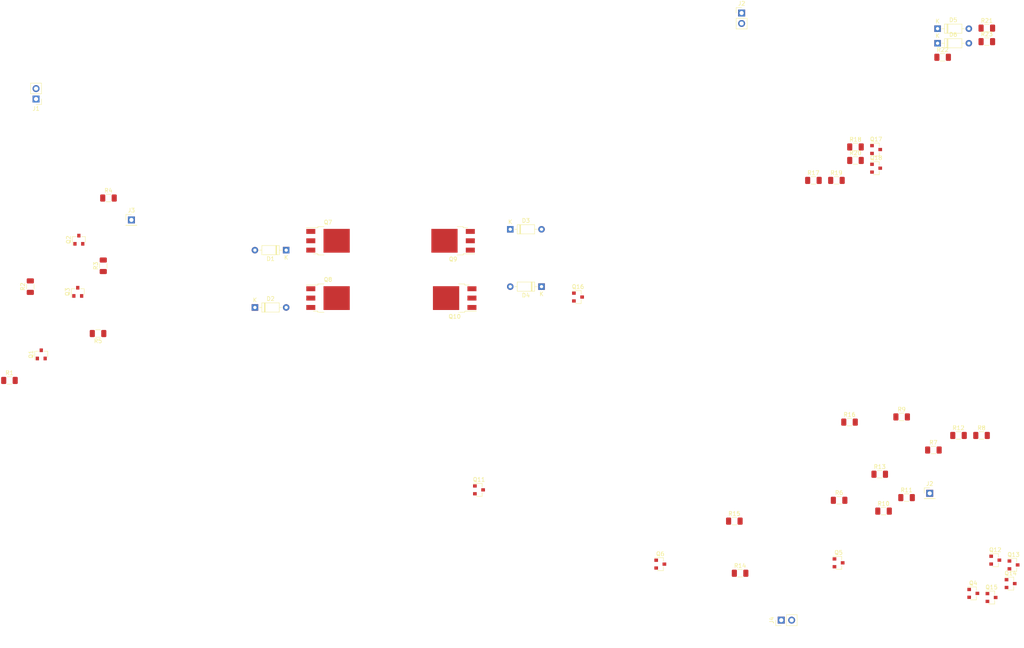
<source format=kicad_pcb>
(kicad_pcb (version 20171130) (host pcbnew 5.1.5-52549c5~84~ubuntu18.04.1)

  (general
    (thickness 1.6)
    (drawings 0)
    (tracks 0)
    (zones 0)
    (modules 52)
    (nets 27)
  )

  (page A4)
  (layers
    (0 F.Cu signal)
    (31 B.Cu signal)
    (32 B.Adhes user)
    (33 F.Adhes user)
    (34 B.Paste user)
    (35 F.Paste user)
    (36 B.SilkS user)
    (37 F.SilkS user)
    (38 B.Mask user)
    (39 F.Mask user)
    (40 Dwgs.User user)
    (41 Cmts.User user)
    (42 Eco1.User user)
    (43 Eco2.User user)
    (44 Edge.Cuts user)
    (45 Margin user)
    (46 B.CrtYd user)
    (47 F.CrtYd user)
    (48 B.Fab user)
    (49 F.Fab user)
  )

  (setup
    (last_trace_width 0.25)
    (trace_clearance 0.2)
    (zone_clearance 0.508)
    (zone_45_only no)
    (trace_min 0.2)
    (via_size 0.8)
    (via_drill 0.4)
    (via_min_size 0.4)
    (via_min_drill 0.3)
    (uvia_size 0.3)
    (uvia_drill 0.1)
    (uvias_allowed no)
    (uvia_min_size 0.2)
    (uvia_min_drill 0.1)
    (edge_width 0.05)
    (segment_width 0.2)
    (pcb_text_width 0.3)
    (pcb_text_size 1.5 1.5)
    (mod_edge_width 0.12)
    (mod_text_size 1 1)
    (mod_text_width 0.15)
    (pad_size 1.524 1.524)
    (pad_drill 0.762)
    (pad_to_mask_clearance 0.051)
    (solder_mask_min_width 0.25)
    (aux_axis_origin 0 0)
    (visible_elements FFFFFF7F)
    (pcbplotparams
      (layerselection 0x010fc_ffffffff)
      (usegerberextensions false)
      (usegerberattributes false)
      (usegerberadvancedattributes false)
      (creategerberjobfile false)
      (excludeedgelayer true)
      (linewidth 0.100000)
      (plotframeref false)
      (viasonmask false)
      (mode 1)
      (useauxorigin false)
      (hpglpennumber 1)
      (hpglpenspeed 20)
      (hpglpendiameter 15.000000)
      (psnegative false)
      (psa4output false)
      (plotreference true)
      (plotvalue true)
      (plotinvisibletext false)
      (padsonsilk false)
      (subtractmaskfromsilk false)
      (outputformat 1)
      (mirror false)
      (drillshape 1)
      (scaleselection 1)
      (outputdirectory ""))
  )

  (net 0 "")
  (net 1 VOUT)
  (net 2 "Net-(D1-Pad1)")
  (net 3 GNDREF)
  (net 4 "Net-(Q1-Pad1)")
  (net 5 "Net-(Q13-Pad1)")
  (net 6 "Net-(Q11-Pad3)")
  (net 7 "Net-(Q10-Pad1)")
  (net 8 "Net-(Q11-Pad1)")
  (net 9 "Net-(Q12-Pad1)")
  (net 10 "Net-(Q13-Pad3)")
  (net 11 "Net-(Q14-Pad2)")
  (net 12 "Net-(Q14-Pad1)")
  (net 13 DISABLE)
  (net 14 "Net-(Q1-Pad3)")
  (net 15 "Net-(Q2-Pad2)")
  (net 16 "Net-(Q4-Pad3)")
  (net 17 "Net-(Q4-Pad2)")
  (net 18 "Net-(Q5-Pad3)")
  (net 19 "Net-(Q5-Pad1)")
  (net 20 "Net-(Q6-Pad3)")
  (net 21 "Net-(Q17-Pad3)")
  (net 22 FWD)
  (net 23 "Net-(D5-Pad1)")
  (net 24 REV)
  (net 25 "Net-(Q16-Pad1)")
  (net 26 RST)

  (net_class Default "This is the default net class."
    (clearance 0.2)
    (trace_width 0.25)
    (via_dia 0.8)
    (via_drill 0.4)
    (uvia_dia 0.3)
    (uvia_drill 0.1)
    (add_net DISABLE)
    (add_net FWD)
    (add_net GNDREF)
    (add_net "Net-(D1-Pad1)")
    (add_net "Net-(D5-Pad1)")
    (add_net "Net-(Q1-Pad1)")
    (add_net "Net-(Q1-Pad3)")
    (add_net "Net-(Q10-Pad1)")
    (add_net "Net-(Q11-Pad1)")
    (add_net "Net-(Q11-Pad3)")
    (add_net "Net-(Q12-Pad1)")
    (add_net "Net-(Q13-Pad1)")
    (add_net "Net-(Q13-Pad3)")
    (add_net "Net-(Q14-Pad1)")
    (add_net "Net-(Q14-Pad2)")
    (add_net "Net-(Q16-Pad1)")
    (add_net "Net-(Q17-Pad3)")
    (add_net "Net-(Q2-Pad2)")
    (add_net "Net-(Q4-Pad2)")
    (add_net "Net-(Q4-Pad3)")
    (add_net "Net-(Q5-Pad1)")
    (add_net "Net-(Q5-Pad3)")
    (add_net "Net-(Q6-Pad3)")
    (add_net REV)
    (add_net RST)
    (add_net VOUT)
  )

  (module Connector_PinHeader_2.54mm:PinHeader_1x02_P2.54mm_Vertical (layer F.Cu) (tedit 59FED5CC) (tstamp 5E4CDB4E)
    (at 199.898 18.415)
    (descr "Through hole straight pin header, 1x02, 2.54mm pitch, single row")
    (tags "Through hole pin header THT 1x02 2.54mm single row")
    (path /5E61E4E8)
    (fp_text reference J2 (at 0 -2.33) (layer F.SilkS)
      (effects (font (size 1 1) (thickness 0.15)))
    )
    (fp_text value Conn_01x02_Male (at 0 4.87) (layer F.Fab)
      (effects (font (size 1 1) (thickness 0.15)))
    )
    (fp_text user %R (at 0 1.27 90) (layer F.Fab)
      (effects (font (size 1 1) (thickness 0.15)))
    )
    (fp_line (start 1.8 -1.8) (end -1.8 -1.8) (layer F.CrtYd) (width 0.05))
    (fp_line (start 1.8 4.35) (end 1.8 -1.8) (layer F.CrtYd) (width 0.05))
    (fp_line (start -1.8 4.35) (end 1.8 4.35) (layer F.CrtYd) (width 0.05))
    (fp_line (start -1.8 -1.8) (end -1.8 4.35) (layer F.CrtYd) (width 0.05))
    (fp_line (start -1.33 -1.33) (end 0 -1.33) (layer F.SilkS) (width 0.12))
    (fp_line (start -1.33 0) (end -1.33 -1.33) (layer F.SilkS) (width 0.12))
    (fp_line (start -1.33 1.27) (end 1.33 1.27) (layer F.SilkS) (width 0.12))
    (fp_line (start 1.33 1.27) (end 1.33 3.87) (layer F.SilkS) (width 0.12))
    (fp_line (start -1.33 1.27) (end -1.33 3.87) (layer F.SilkS) (width 0.12))
    (fp_line (start -1.33 3.87) (end 1.33 3.87) (layer F.SilkS) (width 0.12))
    (fp_line (start -1.27 -0.635) (end -0.635 -1.27) (layer F.Fab) (width 0.1))
    (fp_line (start -1.27 3.81) (end -1.27 -0.635) (layer F.Fab) (width 0.1))
    (fp_line (start 1.27 3.81) (end -1.27 3.81) (layer F.Fab) (width 0.1))
    (fp_line (start 1.27 -1.27) (end 1.27 3.81) (layer F.Fab) (width 0.1))
    (fp_line (start -0.635 -1.27) (end 1.27 -1.27) (layer F.Fab) (width 0.1))
    (pad 2 thru_hole oval (at 0 2.54) (size 1.7 1.7) (drill 1) (layers *.Cu *.Mask)
      (net 24 REV))
    (pad 1 thru_hole rect (at 0 0) (size 1.7 1.7) (drill 1) (layers *.Cu *.Mask)
      (net 22 FWD))
    (model ${KISYS3DMOD}/Connector_PinHeader_2.54mm.3dshapes/PinHeader_1x02_P2.54mm_Vertical.wrl
      (at (xyz 0 0 0))
      (scale (xyz 1 1 1))
      (rotate (xyz 0 0 0))
    )
  )

  (module Resistor_SMD:R_1206_3216Metric (layer F.Cu) (tedit 5B301BBD) (tstamp 5E4C7FAD)
    (at 259.65 25.385)
    (descr "Resistor SMD 1206 (3216 Metric), square (rectangular) end terminal, IPC_7351 nominal, (Body size source: http://www.tortai-tech.com/upload/download/2011102023233369053.pdf), generated with kicad-footprint-generator")
    (tags resistor)
    (path /5E4E3735)
    (attr smd)
    (fp_text reference R23 (at 0 -1.82) (layer F.SilkS)
      (effects (font (size 1 1) (thickness 0.15)))
    )
    (fp_text value 100k (at 0 1.82) (layer F.Fab)
      (effects (font (size 1 1) (thickness 0.15)))
    )
    (fp_text user %R (at 0 0) (layer F.Fab)
      (effects (font (size 0.8 0.8) (thickness 0.12)))
    )
    (fp_line (start 2.28 1.12) (end -2.28 1.12) (layer F.CrtYd) (width 0.05))
    (fp_line (start 2.28 -1.12) (end 2.28 1.12) (layer F.CrtYd) (width 0.05))
    (fp_line (start -2.28 -1.12) (end 2.28 -1.12) (layer F.CrtYd) (width 0.05))
    (fp_line (start -2.28 1.12) (end -2.28 -1.12) (layer F.CrtYd) (width 0.05))
    (fp_line (start -0.602064 0.91) (end 0.602064 0.91) (layer F.SilkS) (width 0.12))
    (fp_line (start -0.602064 -0.91) (end 0.602064 -0.91) (layer F.SilkS) (width 0.12))
    (fp_line (start 1.6 0.8) (end -1.6 0.8) (layer F.Fab) (width 0.1))
    (fp_line (start 1.6 -0.8) (end 1.6 0.8) (layer F.Fab) (width 0.1))
    (fp_line (start -1.6 -0.8) (end 1.6 -0.8) (layer F.Fab) (width 0.1))
    (fp_line (start -1.6 0.8) (end -1.6 -0.8) (layer F.Fab) (width 0.1))
    (pad 2 smd roundrect (at 1.4 0) (size 1.25 1.75) (layers F.Cu F.Paste F.Mask) (roundrect_rratio 0.2)
      (net 25 "Net-(Q16-Pad1)"))
    (pad 1 smd roundrect (at -1.4 0) (size 1.25 1.75) (layers F.Cu F.Paste F.Mask) (roundrect_rratio 0.2)
      (net 22 FWD))
    (model ${KISYS3DMOD}/Resistor_SMD.3dshapes/R_1206_3216Metric.wrl
      (at (xyz 0 0 0))
      (scale (xyz 1 1 1))
      (rotate (xyz 0 0 0))
    )
  )

  (module Resistor_SMD:R_1206_3216Metric (layer F.Cu) (tedit 5B301BBD) (tstamp 5E4C7F9C)
    (at 248.88 29.195)
    (descr "Resistor SMD 1206 (3216 Metric), square (rectangular) end terminal, IPC_7351 nominal, (Body size source: http://www.tortai-tech.com/upload/download/2011102023233369053.pdf), generated with kicad-footprint-generator")
    (tags resistor)
    (path /5E8374F9)
    (attr smd)
    (fp_text reference R22 (at 0 -1.82) (layer F.SilkS)
      (effects (font (size 1 1) (thickness 0.15)))
    )
    (fp_text value 100k (at 0 1.82) (layer F.Fab)
      (effects (font (size 1 1) (thickness 0.15)))
    )
    (fp_text user %R (at 0 0) (layer F.Fab)
      (effects (font (size 0.8 0.8) (thickness 0.12)))
    )
    (fp_line (start 2.28 1.12) (end -2.28 1.12) (layer F.CrtYd) (width 0.05))
    (fp_line (start 2.28 -1.12) (end 2.28 1.12) (layer F.CrtYd) (width 0.05))
    (fp_line (start -2.28 -1.12) (end 2.28 -1.12) (layer F.CrtYd) (width 0.05))
    (fp_line (start -2.28 1.12) (end -2.28 -1.12) (layer F.CrtYd) (width 0.05))
    (fp_line (start -0.602064 0.91) (end 0.602064 0.91) (layer F.SilkS) (width 0.12))
    (fp_line (start -0.602064 -0.91) (end 0.602064 -0.91) (layer F.SilkS) (width 0.12))
    (fp_line (start 1.6 0.8) (end -1.6 0.8) (layer F.Fab) (width 0.1))
    (fp_line (start 1.6 -0.8) (end 1.6 0.8) (layer F.Fab) (width 0.1))
    (fp_line (start -1.6 -0.8) (end 1.6 -0.8) (layer F.Fab) (width 0.1))
    (fp_line (start -1.6 0.8) (end -1.6 -0.8) (layer F.Fab) (width 0.1))
    (pad 2 smd roundrect (at 1.4 0) (size 1.25 1.75) (layers F.Cu F.Paste F.Mask) (roundrect_rratio 0.2)
      (net 12 "Net-(Q14-Pad1)"))
    (pad 1 smd roundrect (at -1.4 0) (size 1.25 1.75) (layers F.Cu F.Paste F.Mask) (roundrect_rratio 0.2)
      (net 24 REV))
    (model ${KISYS3DMOD}/Resistor_SMD.3dshapes/R_1206_3216Metric.wrl
      (at (xyz 0 0 0))
      (scale (xyz 1 1 1))
      (rotate (xyz 0 0 0))
    )
  )

  (module Resistor_SMD:R_1206_3216Metric (layer F.Cu) (tedit 5B301BBD) (tstamp 5E4C7F8B)
    (at 259.65 22.095)
    (descr "Resistor SMD 1206 (3216 Metric), square (rectangular) end terminal, IPC_7351 nominal, (Body size source: http://www.tortai-tech.com/upload/download/2011102023233369053.pdf), generated with kicad-footprint-generator")
    (tags resistor)
    (path /5E837D0E)
    (attr smd)
    (fp_text reference R21 (at 0 -1.82) (layer F.SilkS)
      (effects (font (size 1 1) (thickness 0.15)))
    )
    (fp_text value 100k (at 0 1.82) (layer F.Fab)
      (effects (font (size 1 1) (thickness 0.15)))
    )
    (fp_text user %R (at 0 0) (layer F.Fab)
      (effects (font (size 0.8 0.8) (thickness 0.12)))
    )
    (fp_line (start 2.28 1.12) (end -2.28 1.12) (layer F.CrtYd) (width 0.05))
    (fp_line (start 2.28 -1.12) (end 2.28 1.12) (layer F.CrtYd) (width 0.05))
    (fp_line (start -2.28 -1.12) (end 2.28 -1.12) (layer F.CrtYd) (width 0.05))
    (fp_line (start -2.28 1.12) (end -2.28 -1.12) (layer F.CrtYd) (width 0.05))
    (fp_line (start -0.602064 0.91) (end 0.602064 0.91) (layer F.SilkS) (width 0.12))
    (fp_line (start -0.602064 -0.91) (end 0.602064 -0.91) (layer F.SilkS) (width 0.12))
    (fp_line (start 1.6 0.8) (end -1.6 0.8) (layer F.Fab) (width 0.1))
    (fp_line (start 1.6 -0.8) (end 1.6 0.8) (layer F.Fab) (width 0.1))
    (fp_line (start -1.6 -0.8) (end 1.6 -0.8) (layer F.Fab) (width 0.1))
    (fp_line (start -1.6 0.8) (end -1.6 -0.8) (layer F.Fab) (width 0.1))
    (pad 2 smd roundrect (at 1.4 0) (size 1.25 1.75) (layers F.Cu F.Paste F.Mask) (roundrect_rratio 0.2)
      (net 14 "Net-(Q1-Pad3)"))
    (pad 1 smd roundrect (at -1.4 0) (size 1.25 1.75) (layers F.Cu F.Paste F.Mask) (roundrect_rratio 0.2)
      (net 22 FWD))
    (model ${KISYS3DMOD}/Resistor_SMD.3dshapes/R_1206_3216Metric.wrl
      (at (xyz 0 0 0))
      (scale (xyz 1 1 1))
      (rotate (xyz 0 0 0))
    )
  )

  (module Diode_THT:D_DO-35_SOD27_P7.62mm_Horizontal (layer F.Cu) (tedit 5AE50CD5) (tstamp 5E4C7916)
    (at 247.65 25.775)
    (descr "Diode, DO-35_SOD27 series, Axial, Horizontal, pin pitch=7.62mm, , length*diameter=4*2mm^2, , http://www.diodes.com/_files/packages/DO-35.pdf")
    (tags "Diode DO-35_SOD27 series Axial Horizontal pin pitch 7.62mm  length 4mm diameter 2mm")
    (path /5E5638BD)
    (fp_text reference D6 (at 3.81 -2.12) (layer F.SilkS)
      (effects (font (size 1 1) (thickness 0.15)))
    )
    (fp_text value 1N4148 (at 3.81 2.12) (layer F.Fab)
      (effects (font (size 1 1) (thickness 0.15)))
    )
    (fp_text user K (at 0 -1.8) (layer F.SilkS)
      (effects (font (size 1 1) (thickness 0.15)))
    )
    (fp_text user K (at 0 -1.8) (layer F.Fab)
      (effects (font (size 1 1) (thickness 0.15)))
    )
    (fp_text user %R (at 4.11 0) (layer F.Fab)
      (effects (font (size 0.8 0.8) (thickness 0.12)))
    )
    (fp_line (start 8.67 -1.25) (end -1.05 -1.25) (layer F.CrtYd) (width 0.05))
    (fp_line (start 8.67 1.25) (end 8.67 -1.25) (layer F.CrtYd) (width 0.05))
    (fp_line (start -1.05 1.25) (end 8.67 1.25) (layer F.CrtYd) (width 0.05))
    (fp_line (start -1.05 -1.25) (end -1.05 1.25) (layer F.CrtYd) (width 0.05))
    (fp_line (start 2.29 -1.12) (end 2.29 1.12) (layer F.SilkS) (width 0.12))
    (fp_line (start 2.53 -1.12) (end 2.53 1.12) (layer F.SilkS) (width 0.12))
    (fp_line (start 2.41 -1.12) (end 2.41 1.12) (layer F.SilkS) (width 0.12))
    (fp_line (start 6.58 0) (end 5.93 0) (layer F.SilkS) (width 0.12))
    (fp_line (start 1.04 0) (end 1.69 0) (layer F.SilkS) (width 0.12))
    (fp_line (start 5.93 -1.12) (end 1.69 -1.12) (layer F.SilkS) (width 0.12))
    (fp_line (start 5.93 1.12) (end 5.93 -1.12) (layer F.SilkS) (width 0.12))
    (fp_line (start 1.69 1.12) (end 5.93 1.12) (layer F.SilkS) (width 0.12))
    (fp_line (start 1.69 -1.12) (end 1.69 1.12) (layer F.SilkS) (width 0.12))
    (fp_line (start 2.31 -1) (end 2.31 1) (layer F.Fab) (width 0.1))
    (fp_line (start 2.51 -1) (end 2.51 1) (layer F.Fab) (width 0.1))
    (fp_line (start 2.41 -1) (end 2.41 1) (layer F.Fab) (width 0.1))
    (fp_line (start 7.62 0) (end 5.81 0) (layer F.Fab) (width 0.1))
    (fp_line (start 0 0) (end 1.81 0) (layer F.Fab) (width 0.1))
    (fp_line (start 5.81 -1) (end 1.81 -1) (layer F.Fab) (width 0.1))
    (fp_line (start 5.81 1) (end 5.81 -1) (layer F.Fab) (width 0.1))
    (fp_line (start 1.81 1) (end 5.81 1) (layer F.Fab) (width 0.1))
    (fp_line (start 1.81 -1) (end 1.81 1) (layer F.Fab) (width 0.1))
    (pad 2 thru_hole oval (at 7.62 0) (size 1.6 1.6) (drill 0.8) (layers *.Cu *.Mask)
      (net 24 REV))
    (pad 1 thru_hole rect (at 0 0) (size 1.6 1.6) (drill 0.8) (layers *.Cu *.Mask)
      (net 23 "Net-(D5-Pad1)"))
    (model ${KISYS3DMOD}/Diode_THT.3dshapes/D_DO-35_SOD27_P7.62mm_Horizontal.wrl
      (at (xyz 0 0 0))
      (scale (xyz 1 1 1))
      (rotate (xyz 0 0 0))
    )
  )

  (module Diode_THT:D_DO-35_SOD27_P7.62mm_Horizontal (layer F.Cu) (tedit 5AE50CD5) (tstamp 5E4C78F7)
    (at 247.65 22.225)
    (descr "Diode, DO-35_SOD27 series, Axial, Horizontal, pin pitch=7.62mm, , length*diameter=4*2mm^2, , http://www.diodes.com/_files/packages/DO-35.pdf")
    (tags "Diode DO-35_SOD27 series Axial Horizontal pin pitch 7.62mm  length 4mm diameter 2mm")
    (path /5E564329)
    (fp_text reference D5 (at 3.81 -2.12) (layer F.SilkS)
      (effects (font (size 1 1) (thickness 0.15)))
    )
    (fp_text value 1N4148 (at 3.81 2.12) (layer F.Fab)
      (effects (font (size 1 1) (thickness 0.15)))
    )
    (fp_text user K (at 0 -1.8) (layer F.SilkS)
      (effects (font (size 1 1) (thickness 0.15)))
    )
    (fp_text user K (at 0 -1.8) (layer F.Fab)
      (effects (font (size 1 1) (thickness 0.15)))
    )
    (fp_text user %R (at 4.11 0) (layer F.Fab)
      (effects (font (size 0.8 0.8) (thickness 0.12)))
    )
    (fp_line (start 8.67 -1.25) (end -1.05 -1.25) (layer F.CrtYd) (width 0.05))
    (fp_line (start 8.67 1.25) (end 8.67 -1.25) (layer F.CrtYd) (width 0.05))
    (fp_line (start -1.05 1.25) (end 8.67 1.25) (layer F.CrtYd) (width 0.05))
    (fp_line (start -1.05 -1.25) (end -1.05 1.25) (layer F.CrtYd) (width 0.05))
    (fp_line (start 2.29 -1.12) (end 2.29 1.12) (layer F.SilkS) (width 0.12))
    (fp_line (start 2.53 -1.12) (end 2.53 1.12) (layer F.SilkS) (width 0.12))
    (fp_line (start 2.41 -1.12) (end 2.41 1.12) (layer F.SilkS) (width 0.12))
    (fp_line (start 6.58 0) (end 5.93 0) (layer F.SilkS) (width 0.12))
    (fp_line (start 1.04 0) (end 1.69 0) (layer F.SilkS) (width 0.12))
    (fp_line (start 5.93 -1.12) (end 1.69 -1.12) (layer F.SilkS) (width 0.12))
    (fp_line (start 5.93 1.12) (end 5.93 -1.12) (layer F.SilkS) (width 0.12))
    (fp_line (start 1.69 1.12) (end 5.93 1.12) (layer F.SilkS) (width 0.12))
    (fp_line (start 1.69 -1.12) (end 1.69 1.12) (layer F.SilkS) (width 0.12))
    (fp_line (start 2.31 -1) (end 2.31 1) (layer F.Fab) (width 0.1))
    (fp_line (start 2.51 -1) (end 2.51 1) (layer F.Fab) (width 0.1))
    (fp_line (start 2.41 -1) (end 2.41 1) (layer F.Fab) (width 0.1))
    (fp_line (start 7.62 0) (end 5.81 0) (layer F.Fab) (width 0.1))
    (fp_line (start 0 0) (end 1.81 0) (layer F.Fab) (width 0.1))
    (fp_line (start 5.81 -1) (end 1.81 -1) (layer F.Fab) (width 0.1))
    (fp_line (start 5.81 1) (end 5.81 -1) (layer F.Fab) (width 0.1))
    (fp_line (start 1.81 1) (end 5.81 1) (layer F.Fab) (width 0.1))
    (fp_line (start 1.81 -1) (end 1.81 1) (layer F.Fab) (width 0.1))
    (pad 2 thru_hole oval (at 7.62 0) (size 1.6 1.6) (drill 0.8) (layers *.Cu *.Mask)
      (net 22 FWD))
    (pad 1 thru_hole rect (at 0 0) (size 1.6 1.6) (drill 0.8) (layers *.Cu *.Mask)
      (net 23 "Net-(D5-Pad1)"))
    (model ${KISYS3DMOD}/Diode_THT.3dshapes/D_DO-35_SOD27_P7.62mm_Horizontal.wrl
      (at (xyz 0 0 0))
      (scale (xyz 1 1 1))
      (rotate (xyz 0 0 0))
    )
  )

  (module Resistor_SMD:R_1206_3216Metric (layer F.Cu) (tedit 5B301BBD) (tstamp 5E4C5B6E)
    (at 227.64 54.338)
    (descr "Resistor SMD 1206 (3216 Metric), square (rectangular) end terminal, IPC_7351 nominal, (Body size source: http://www.tortai-tech.com/upload/download/2011102023233369053.pdf), generated with kicad-footprint-generator")
    (tags resistor)
    (path /5E4C9969)
    (attr smd)
    (fp_text reference R20 (at 0 -1.82) (layer F.SilkS)
      (effects (font (size 1 1) (thickness 0.15)))
    )
    (fp_text value 10k (at 0 1.82) (layer F.Fab)
      (effects (font (size 1 1) (thickness 0.15)))
    )
    (fp_text user %R (at 0 0) (layer F.Fab)
      (effects (font (size 0.8 0.8) (thickness 0.12)))
    )
    (fp_line (start 2.28 1.12) (end -2.28 1.12) (layer F.CrtYd) (width 0.05))
    (fp_line (start 2.28 -1.12) (end 2.28 1.12) (layer F.CrtYd) (width 0.05))
    (fp_line (start -2.28 -1.12) (end 2.28 -1.12) (layer F.CrtYd) (width 0.05))
    (fp_line (start -2.28 1.12) (end -2.28 -1.12) (layer F.CrtYd) (width 0.05))
    (fp_line (start -0.602064 0.91) (end 0.602064 0.91) (layer F.SilkS) (width 0.12))
    (fp_line (start -0.602064 -0.91) (end 0.602064 -0.91) (layer F.SilkS) (width 0.12))
    (fp_line (start 1.6 0.8) (end -1.6 0.8) (layer F.Fab) (width 0.1))
    (fp_line (start 1.6 -0.8) (end 1.6 0.8) (layer F.Fab) (width 0.1))
    (fp_line (start -1.6 -0.8) (end 1.6 -0.8) (layer F.Fab) (width 0.1))
    (fp_line (start -1.6 0.8) (end -1.6 -0.8) (layer F.Fab) (width 0.1))
    (pad 2 smd roundrect (at 1.4 0) (size 1.25 1.75) (layers F.Cu F.Paste F.Mask) (roundrect_rratio 0.2)
      (net 26 RST))
    (pad 1 smd roundrect (at -1.4 0) (size 1.25 1.75) (layers F.Cu F.Paste F.Mask) (roundrect_rratio 0.2)
      (net 13 DISABLE))
    (model ${KISYS3DMOD}/Resistor_SMD.3dshapes/R_1206_3216Metric.wrl
      (at (xyz 0 0 0))
      (scale (xyz 1 1 1))
      (rotate (xyz 0 0 0))
    )
  )

  (module Resistor_SMD:R_1206_3216Metric (layer F.Cu) (tedit 5B301BBD) (tstamp 5E4C5B5D)
    (at 223 59.198)
    (descr "Resistor SMD 1206 (3216 Metric), square (rectangular) end terminal, IPC_7351 nominal, (Body size source: http://www.tortai-tech.com/upload/download/2011102023233369053.pdf), generated with kicad-footprint-generator")
    (tags resistor)
    (path /5E4C96B6)
    (attr smd)
    (fp_text reference R19 (at 0 -1.82) (layer F.SilkS)
      (effects (font (size 1 1) (thickness 0.15)))
    )
    (fp_text value 10k (at 0 1.82) (layer F.Fab)
      (effects (font (size 1 1) (thickness 0.15)))
    )
    (fp_text user %R (at 0 0) (layer F.Fab)
      (effects (font (size 0.8 0.8) (thickness 0.12)))
    )
    (fp_line (start 2.28 1.12) (end -2.28 1.12) (layer F.CrtYd) (width 0.05))
    (fp_line (start 2.28 -1.12) (end 2.28 1.12) (layer F.CrtYd) (width 0.05))
    (fp_line (start -2.28 -1.12) (end 2.28 -1.12) (layer F.CrtYd) (width 0.05))
    (fp_line (start -2.28 1.12) (end -2.28 -1.12) (layer F.CrtYd) (width 0.05))
    (fp_line (start -0.602064 0.91) (end 0.602064 0.91) (layer F.SilkS) (width 0.12))
    (fp_line (start -0.602064 -0.91) (end 0.602064 -0.91) (layer F.SilkS) (width 0.12))
    (fp_line (start 1.6 0.8) (end -1.6 0.8) (layer F.Fab) (width 0.1))
    (fp_line (start 1.6 -0.8) (end 1.6 0.8) (layer F.Fab) (width 0.1))
    (fp_line (start -1.6 -0.8) (end 1.6 -0.8) (layer F.Fab) (width 0.1))
    (fp_line (start -1.6 0.8) (end -1.6 -0.8) (layer F.Fab) (width 0.1))
    (pad 2 smd roundrect (at 1.4 0) (size 1.25 1.75) (layers F.Cu F.Paste F.Mask) (roundrect_rratio 0.2)
      (net 23 "Net-(D5-Pad1)"))
    (pad 1 smd roundrect (at -1.4 0) (size 1.25 1.75) (layers F.Cu F.Paste F.Mask) (roundrect_rratio 0.2)
      (net 21 "Net-(Q17-Pad3)"))
    (model ${KISYS3DMOD}/Resistor_SMD.3dshapes/R_1206_3216Metric.wrl
      (at (xyz 0 0 0))
      (scale (xyz 1 1 1))
      (rotate (xyz 0 0 0))
    )
  )

  (module Resistor_SMD:R_1206_3216Metric (layer F.Cu) (tedit 5B301BBD) (tstamp 5E4C5B4C)
    (at 227.64 51.048)
    (descr "Resistor SMD 1206 (3216 Metric), square (rectangular) end terminal, IPC_7351 nominal, (Body size source: http://www.tortai-tech.com/upload/download/2011102023233369053.pdf), generated with kicad-footprint-generator")
    (tags resistor)
    (path /5E4C9332)
    (attr smd)
    (fp_text reference R18 (at 0 -1.82) (layer F.SilkS)
      (effects (font (size 1 1) (thickness 0.15)))
    )
    (fp_text value 1k (at 0 1.82) (layer F.Fab)
      (effects (font (size 1 1) (thickness 0.15)))
    )
    (fp_text user %R (at 0 0) (layer F.Fab)
      (effects (font (size 0.8 0.8) (thickness 0.12)))
    )
    (fp_line (start 2.28 1.12) (end -2.28 1.12) (layer F.CrtYd) (width 0.05))
    (fp_line (start 2.28 -1.12) (end 2.28 1.12) (layer F.CrtYd) (width 0.05))
    (fp_line (start -2.28 -1.12) (end 2.28 -1.12) (layer F.CrtYd) (width 0.05))
    (fp_line (start -2.28 1.12) (end -2.28 -1.12) (layer F.CrtYd) (width 0.05))
    (fp_line (start -0.602064 0.91) (end 0.602064 0.91) (layer F.SilkS) (width 0.12))
    (fp_line (start -0.602064 -0.91) (end 0.602064 -0.91) (layer F.SilkS) (width 0.12))
    (fp_line (start 1.6 0.8) (end -1.6 0.8) (layer F.Fab) (width 0.1))
    (fp_line (start 1.6 -0.8) (end 1.6 0.8) (layer F.Fab) (width 0.1))
    (fp_line (start -1.6 -0.8) (end 1.6 -0.8) (layer F.Fab) (width 0.1))
    (fp_line (start -1.6 0.8) (end -1.6 -0.8) (layer F.Fab) (width 0.1))
    (pad 2 smd roundrect (at 1.4 0) (size 1.25 1.75) (layers F.Cu F.Paste F.Mask) (roundrect_rratio 0.2)
      (net 2 "Net-(D1-Pad1)"))
    (pad 1 smd roundrect (at -1.4 0) (size 1.25 1.75) (layers F.Cu F.Paste F.Mask) (roundrect_rratio 0.2)
      (net 13 DISABLE))
    (model ${KISYS3DMOD}/Resistor_SMD.3dshapes/R_1206_3216Metric.wrl
      (at (xyz 0 0 0))
      (scale (xyz 1 1 1))
      (rotate (xyz 0 0 0))
    )
  )

  (module Resistor_SMD:R_1206_3216Metric (layer F.Cu) (tedit 5B301BBD) (tstamp 5E4C5B3B)
    (at 217.39 59.198)
    (descr "Resistor SMD 1206 (3216 Metric), square (rectangular) end terminal, IPC_7351 nominal, (Body size source: http://www.tortai-tech.com/upload/download/2011102023233369053.pdf), generated with kicad-footprint-generator")
    (tags resistor)
    (path /5E4C8F84)
    (attr smd)
    (fp_text reference R17 (at 0 -1.82) (layer F.SilkS)
      (effects (font (size 1 1) (thickness 0.15)))
    )
    (fp_text value 1k (at 0 1.82) (layer F.Fab)
      (effects (font (size 1 1) (thickness 0.15)))
    )
    (fp_text user %R (at 0 0) (layer F.Fab)
      (effects (font (size 0.8 0.8) (thickness 0.12)))
    )
    (fp_line (start 2.28 1.12) (end -2.28 1.12) (layer F.CrtYd) (width 0.05))
    (fp_line (start 2.28 -1.12) (end 2.28 1.12) (layer F.CrtYd) (width 0.05))
    (fp_line (start -2.28 -1.12) (end 2.28 -1.12) (layer F.CrtYd) (width 0.05))
    (fp_line (start -2.28 1.12) (end -2.28 -1.12) (layer F.CrtYd) (width 0.05))
    (fp_line (start -0.602064 0.91) (end 0.602064 0.91) (layer F.SilkS) (width 0.12))
    (fp_line (start -0.602064 -0.91) (end 0.602064 -0.91) (layer F.SilkS) (width 0.12))
    (fp_line (start 1.6 0.8) (end -1.6 0.8) (layer F.Fab) (width 0.1))
    (fp_line (start 1.6 -0.8) (end 1.6 0.8) (layer F.Fab) (width 0.1))
    (fp_line (start -1.6 -0.8) (end 1.6 -0.8) (layer F.Fab) (width 0.1))
    (fp_line (start -1.6 0.8) (end -1.6 -0.8) (layer F.Fab) (width 0.1))
    (pad 2 smd roundrect (at 1.4 0) (size 1.25 1.75) (layers F.Cu F.Paste F.Mask) (roundrect_rratio 0.2)
      (net 2 "Net-(D1-Pad1)"))
    (pad 1 smd roundrect (at -1.4 0) (size 1.25 1.75) (layers F.Cu F.Paste F.Mask) (roundrect_rratio 0.2)
      (net 21 "Net-(Q17-Pad3)"))
    (model ${KISYS3DMOD}/Resistor_SMD.3dshapes/R_1206_3216Metric.wrl
      (at (xyz 0 0 0))
      (scale (xyz 1 1 1))
      (rotate (xyz 0 0 0))
    )
  )

  (module Package_TO_SOT_SMD:SOT-23 (layer F.Cu) (tedit 5A02FF57) (tstamp 5E4C592A)
    (at 232.67 56.228)
    (descr "SOT-23, Standard")
    (tags SOT-23)
    (path /5E4C4F85)
    (attr smd)
    (fp_text reference Q18 (at 0 -2.5) (layer F.SilkS)
      (effects (font (size 1 1) (thickness 0.15)))
    )
    (fp_text value BC817 (at 0 2.5) (layer F.Fab)
      (effects (font (size 1 1) (thickness 0.15)))
    )
    (fp_line (start 0.76 1.58) (end -0.7 1.58) (layer F.SilkS) (width 0.12))
    (fp_line (start 0.76 -1.58) (end -1.4 -1.58) (layer F.SilkS) (width 0.12))
    (fp_line (start -1.7 1.75) (end -1.7 -1.75) (layer F.CrtYd) (width 0.05))
    (fp_line (start 1.7 1.75) (end -1.7 1.75) (layer F.CrtYd) (width 0.05))
    (fp_line (start 1.7 -1.75) (end 1.7 1.75) (layer F.CrtYd) (width 0.05))
    (fp_line (start -1.7 -1.75) (end 1.7 -1.75) (layer F.CrtYd) (width 0.05))
    (fp_line (start 0.76 -1.58) (end 0.76 -0.65) (layer F.SilkS) (width 0.12))
    (fp_line (start 0.76 1.58) (end 0.76 0.65) (layer F.SilkS) (width 0.12))
    (fp_line (start -0.7 1.52) (end 0.7 1.52) (layer F.Fab) (width 0.1))
    (fp_line (start 0.7 -1.52) (end 0.7 1.52) (layer F.Fab) (width 0.1))
    (fp_line (start -0.7 -0.95) (end -0.15 -1.52) (layer F.Fab) (width 0.1))
    (fp_line (start -0.15 -1.52) (end 0.7 -1.52) (layer F.Fab) (width 0.1))
    (fp_line (start -0.7 -0.95) (end -0.7 1.5) (layer F.Fab) (width 0.1))
    (fp_text user %R (at 0 0 90) (layer F.Fab)
      (effects (font (size 0.5 0.5) (thickness 0.075)))
    )
    (pad 3 smd rect (at 1 0) (size 0.9 0.8) (layers F.Cu F.Paste F.Mask)
      (net 13 DISABLE))
    (pad 2 smd rect (at -1 0.95) (size 0.9 0.8) (layers F.Cu F.Paste F.Mask)
      (net 3 GNDREF))
    (pad 1 smd rect (at -1 -0.95) (size 0.9 0.8) (layers F.Cu F.Paste F.Mask)
      (net 23 "Net-(D5-Pad1)"))
    (model ${KISYS3DMOD}/Package_TO_SOT_SMD.3dshapes/SOT-23.wrl
      (at (xyz 0 0 0))
      (scale (xyz 1 1 1))
      (rotate (xyz 0 0 0))
    )
  )

  (module Package_TO_SOT_SMD:SOT-23 (layer F.Cu) (tedit 5A02FF57) (tstamp 5E4C5915)
    (at 232.67 51.678)
    (descr "SOT-23, Standard")
    (tags SOT-23)
    (path /5E4C4BC3)
    (attr smd)
    (fp_text reference Q17 (at 0 -2.5) (layer F.SilkS)
      (effects (font (size 1 1) (thickness 0.15)))
    )
    (fp_text value BC817 (at 0 2.5) (layer F.Fab)
      (effects (font (size 1 1) (thickness 0.15)))
    )
    (fp_line (start 0.76 1.58) (end -0.7 1.58) (layer F.SilkS) (width 0.12))
    (fp_line (start 0.76 -1.58) (end -1.4 -1.58) (layer F.SilkS) (width 0.12))
    (fp_line (start -1.7 1.75) (end -1.7 -1.75) (layer F.CrtYd) (width 0.05))
    (fp_line (start 1.7 1.75) (end -1.7 1.75) (layer F.CrtYd) (width 0.05))
    (fp_line (start 1.7 -1.75) (end 1.7 1.75) (layer F.CrtYd) (width 0.05))
    (fp_line (start -1.7 -1.75) (end 1.7 -1.75) (layer F.CrtYd) (width 0.05))
    (fp_line (start 0.76 -1.58) (end 0.76 -0.65) (layer F.SilkS) (width 0.12))
    (fp_line (start 0.76 1.58) (end 0.76 0.65) (layer F.SilkS) (width 0.12))
    (fp_line (start -0.7 1.52) (end 0.7 1.52) (layer F.Fab) (width 0.1))
    (fp_line (start 0.7 -1.52) (end 0.7 1.52) (layer F.Fab) (width 0.1))
    (fp_line (start -0.7 -0.95) (end -0.15 -1.52) (layer F.Fab) (width 0.1))
    (fp_line (start -0.15 -1.52) (end 0.7 -1.52) (layer F.Fab) (width 0.1))
    (fp_line (start -0.7 -0.95) (end -0.7 1.5) (layer F.Fab) (width 0.1))
    (fp_text user %R (at 0 0 90) (layer F.Fab)
      (effects (font (size 0.5 0.5) (thickness 0.075)))
    )
    (pad 3 smd rect (at 1 0) (size 0.9 0.8) (layers F.Cu F.Paste F.Mask)
      (net 21 "Net-(Q17-Pad3)"))
    (pad 2 smd rect (at -1 0.95) (size 0.9 0.8) (layers F.Cu F.Paste F.Mask)
      (net 3 GNDREF))
    (pad 1 smd rect (at -1 -0.95) (size 0.9 0.8) (layers F.Cu F.Paste F.Mask)
      (net 26 RST))
    (model ${KISYS3DMOD}/Package_TO_SOT_SMD.3dshapes/SOT-23.wrl
      (at (xyz 0 0 0))
      (scale (xyz 1 1 1))
      (rotate (xyz 0 0 0))
    )
  )

  (module Resistor_SMD:R_1206_3216Metric (layer F.Cu) (tedit 5B301BBD) (tstamp 5E4C1983)
    (at 226.19 118.11)
    (descr "Resistor SMD 1206 (3216 Metric), square (rectangular) end terminal, IPC_7351 nominal, (Body size source: http://www.tortai-tech.com/upload/download/2011102023233369053.pdf), generated with kicad-footprint-generator")
    (tags resistor)
    (path /5E56E43F)
    (attr smd)
    (fp_text reference R16 (at 0 -1.82) (layer F.SilkS)
      (effects (font (size 1 1) (thickness 0.15)))
    )
    (fp_text value 33k (at 0 1.82) (layer F.Fab)
      (effects (font (size 1 1) (thickness 0.15)))
    )
    (fp_text user %R (at 0 0) (layer F.Fab)
      (effects (font (size 0.8 0.8) (thickness 0.12)))
    )
    (fp_line (start 2.28 1.12) (end -2.28 1.12) (layer F.CrtYd) (width 0.05))
    (fp_line (start 2.28 -1.12) (end 2.28 1.12) (layer F.CrtYd) (width 0.05))
    (fp_line (start -2.28 -1.12) (end 2.28 -1.12) (layer F.CrtYd) (width 0.05))
    (fp_line (start -2.28 1.12) (end -2.28 -1.12) (layer F.CrtYd) (width 0.05))
    (fp_line (start -0.602064 0.91) (end 0.602064 0.91) (layer F.SilkS) (width 0.12))
    (fp_line (start -0.602064 -0.91) (end 0.602064 -0.91) (layer F.SilkS) (width 0.12))
    (fp_line (start 1.6 0.8) (end -1.6 0.8) (layer F.Fab) (width 0.1))
    (fp_line (start 1.6 -0.8) (end 1.6 0.8) (layer F.Fab) (width 0.1))
    (fp_line (start -1.6 -0.8) (end 1.6 -0.8) (layer F.Fab) (width 0.1))
    (fp_line (start -1.6 0.8) (end -1.6 -0.8) (layer F.Fab) (width 0.1))
    (pad 2 smd roundrect (at 1.4 0) (size 1.25 1.75) (layers F.Cu F.Paste F.Mask) (roundrect_rratio 0.2)
      (net 2 "Net-(D1-Pad1)"))
    (pad 1 smd roundrect (at -1.4 0) (size 1.25 1.75) (layers F.Cu F.Paste F.Mask) (roundrect_rratio 0.2)
      (net 12 "Net-(Q14-Pad1)"))
    (model ${KISYS3DMOD}/Resistor_SMD.3dshapes/R_1206_3216Metric.wrl
      (at (xyz 0 0 0))
      (scale (xyz 1 1 1))
      (rotate (xyz 0 0 0))
    )
  )

  (module Resistor_SMD:R_1206_3216Metric (layer F.Cu) (tedit 5B301BBD) (tstamp 5E4C1972)
    (at 198.12 142.24)
    (descr "Resistor SMD 1206 (3216 Metric), square (rectangular) end terminal, IPC_7351 nominal, (Body size source: http://www.tortai-tech.com/upload/download/2011102023233369053.pdf), generated with kicad-footprint-generator")
    (tags resistor)
    (path /5E56E421)
    (attr smd)
    (fp_text reference R15 (at 0 -1.82) (layer F.SilkS)
      (effects (font (size 1 1) (thickness 0.15)))
    )
    (fp_text value 33k (at 0 1.82) (layer F.Fab)
      (effects (font (size 1 1) (thickness 0.15)))
    )
    (fp_text user %R (at 0 0) (layer F.Fab)
      (effects (font (size 0.8 0.8) (thickness 0.12)))
    )
    (fp_line (start 2.28 1.12) (end -2.28 1.12) (layer F.CrtYd) (width 0.05))
    (fp_line (start 2.28 -1.12) (end 2.28 1.12) (layer F.CrtYd) (width 0.05))
    (fp_line (start -2.28 -1.12) (end 2.28 -1.12) (layer F.CrtYd) (width 0.05))
    (fp_line (start -2.28 1.12) (end -2.28 -1.12) (layer F.CrtYd) (width 0.05))
    (fp_line (start -0.602064 0.91) (end 0.602064 0.91) (layer F.SilkS) (width 0.12))
    (fp_line (start -0.602064 -0.91) (end 0.602064 -0.91) (layer F.SilkS) (width 0.12))
    (fp_line (start 1.6 0.8) (end -1.6 0.8) (layer F.Fab) (width 0.1))
    (fp_line (start 1.6 -0.8) (end 1.6 0.8) (layer F.Fab) (width 0.1))
    (fp_line (start -1.6 -0.8) (end 1.6 -0.8) (layer F.Fab) (width 0.1))
    (fp_line (start -1.6 0.8) (end -1.6 -0.8) (layer F.Fab) (width 0.1))
    (pad 2 smd roundrect (at 1.4 0) (size 1.25 1.75) (layers F.Cu F.Paste F.Mask) (roundrect_rratio 0.2)
      (net 11 "Net-(Q14-Pad2)"))
    (pad 1 smd roundrect (at -1.4 0) (size 1.25 1.75) (layers F.Cu F.Paste F.Mask) (roundrect_rratio 0.2)
      (net 9 "Net-(Q12-Pad1)"))
    (model ${KISYS3DMOD}/Resistor_SMD.3dshapes/R_1206_3216Metric.wrl
      (at (xyz 0 0 0))
      (scale (xyz 1 1 1))
      (rotate (xyz 0 0 0))
    )
  )

  (module Resistor_SMD:R_1206_3216Metric (layer F.Cu) (tedit 5B301BBD) (tstamp 5E4C1961)
    (at 199.52 154.94)
    (descr "Resistor SMD 1206 (3216 Metric), square (rectangular) end terminal, IPC_7351 nominal, (Body size source: http://www.tortai-tech.com/upload/download/2011102023233369053.pdf), generated with kicad-footprint-generator")
    (tags resistor)
    (path /5E56E435)
    (attr smd)
    (fp_text reference R14 (at 0 -1.82) (layer F.SilkS)
      (effects (font (size 1 1) (thickness 0.15)))
    )
    (fp_text value 33k (at 0 1.82) (layer F.Fab)
      (effects (font (size 1 1) (thickness 0.15)))
    )
    (fp_text user %R (at 0 0) (layer F.Fab)
      (effects (font (size 0.8 0.8) (thickness 0.12)))
    )
    (fp_line (start 2.28 1.12) (end -2.28 1.12) (layer F.CrtYd) (width 0.05))
    (fp_line (start 2.28 -1.12) (end 2.28 1.12) (layer F.CrtYd) (width 0.05))
    (fp_line (start -2.28 -1.12) (end 2.28 -1.12) (layer F.CrtYd) (width 0.05))
    (fp_line (start -2.28 1.12) (end -2.28 -1.12) (layer F.CrtYd) (width 0.05))
    (fp_line (start -0.602064 0.91) (end 0.602064 0.91) (layer F.SilkS) (width 0.12))
    (fp_line (start -0.602064 -0.91) (end 0.602064 -0.91) (layer F.SilkS) (width 0.12))
    (fp_line (start 1.6 0.8) (end -1.6 0.8) (layer F.Fab) (width 0.1))
    (fp_line (start 1.6 -0.8) (end 1.6 0.8) (layer F.Fab) (width 0.1))
    (fp_line (start -1.6 -0.8) (end 1.6 -0.8) (layer F.Fab) (width 0.1))
    (fp_line (start -1.6 0.8) (end -1.6 -0.8) (layer F.Fab) (width 0.1))
    (pad 2 smd roundrect (at 1.4 0) (size 1.25 1.75) (layers F.Cu F.Paste F.Mask) (roundrect_rratio 0.2)
      (net 8 "Net-(Q11-Pad1)"))
    (pad 1 smd roundrect (at -1.4 0) (size 1.25 1.75) (layers F.Cu F.Paste F.Mask) (roundrect_rratio 0.2)
      (net 11 "Net-(Q14-Pad2)"))
    (model ${KISYS3DMOD}/Resistor_SMD.3dshapes/R_1206_3216Metric.wrl
      (at (xyz 0 0 0))
      (scale (xyz 1 1 1))
      (rotate (xyz 0 0 0))
    )
  )

  (module Resistor_SMD:R_1206_3216Metric (layer F.Cu) (tedit 5B301BBD) (tstamp 5E4C1950)
    (at 233.55 130.81)
    (descr "Resistor SMD 1206 (3216 Metric), square (rectangular) end terminal, IPC_7351 nominal, (Body size source: http://www.tortai-tech.com/upload/download/2011102023233369053.pdf), generated with kicad-footprint-generator")
    (tags resistor)
    (path /5E56E42B)
    (attr smd)
    (fp_text reference R13 (at 0 -1.82) (layer F.SilkS)
      (effects (font (size 1 1) (thickness 0.15)))
    )
    (fp_text value 10k (at 0 1.82) (layer F.Fab)
      (effects (font (size 1 1) (thickness 0.15)))
    )
    (fp_text user %R (at 0 0) (layer F.Fab)
      (effects (font (size 0.8 0.8) (thickness 0.12)))
    )
    (fp_line (start 2.28 1.12) (end -2.28 1.12) (layer F.CrtYd) (width 0.05))
    (fp_line (start 2.28 -1.12) (end 2.28 1.12) (layer F.CrtYd) (width 0.05))
    (fp_line (start -2.28 -1.12) (end 2.28 -1.12) (layer F.CrtYd) (width 0.05))
    (fp_line (start -2.28 1.12) (end -2.28 -1.12) (layer F.CrtYd) (width 0.05))
    (fp_line (start -0.602064 0.91) (end 0.602064 0.91) (layer F.SilkS) (width 0.12))
    (fp_line (start -0.602064 -0.91) (end 0.602064 -0.91) (layer F.SilkS) (width 0.12))
    (fp_line (start 1.6 0.8) (end -1.6 0.8) (layer F.Fab) (width 0.1))
    (fp_line (start 1.6 -0.8) (end 1.6 0.8) (layer F.Fab) (width 0.1))
    (fp_line (start -1.6 -0.8) (end 1.6 -0.8) (layer F.Fab) (width 0.1))
    (fp_line (start -1.6 0.8) (end -1.6 -0.8) (layer F.Fab) (width 0.1))
    (pad 2 smd roundrect (at 1.4 0) (size 1.25 1.75) (layers F.Cu F.Paste F.Mask) (roundrect_rratio 0.2)
      (net 10 "Net-(Q13-Pad3)"))
    (pad 1 smd roundrect (at -1.4 0) (size 1.25 1.75) (layers F.Cu F.Paste F.Mask) (roundrect_rratio 0.2)
      (net 8 "Net-(Q11-Pad1)"))
    (model ${KISYS3DMOD}/Resistor_SMD.3dshapes/R_1206_3216Metric.wrl
      (at (xyz 0 0 0))
      (scale (xyz 1 1 1))
      (rotate (xyz 0 0 0))
    )
  )

  (module Resistor_SMD:R_1206_3216Metric (layer F.Cu) (tedit 5B301BBD) (tstamp 5E4C193F)
    (at 252.75 121.36)
    (descr "Resistor SMD 1206 (3216 Metric), square (rectangular) end terminal, IPC_7351 nominal, (Body size source: http://www.tortai-tech.com/upload/download/2011102023233369053.pdf), generated with kicad-footprint-generator")
    (tags resistor)
    (path /5E56E3E5)
    (attr smd)
    (fp_text reference R12 (at 0 -1.82) (layer F.SilkS)
      (effects (font (size 1 1) (thickness 0.15)))
    )
    (fp_text value 2.7k (at 0 1.82) (layer F.Fab)
      (effects (font (size 1 1) (thickness 0.15)))
    )
    (fp_text user %R (at 0 0) (layer F.Fab)
      (effects (font (size 0.8 0.8) (thickness 0.12)))
    )
    (fp_line (start 2.28 1.12) (end -2.28 1.12) (layer F.CrtYd) (width 0.05))
    (fp_line (start 2.28 -1.12) (end 2.28 1.12) (layer F.CrtYd) (width 0.05))
    (fp_line (start -2.28 -1.12) (end 2.28 -1.12) (layer F.CrtYd) (width 0.05))
    (fp_line (start -2.28 1.12) (end -2.28 -1.12) (layer F.CrtYd) (width 0.05))
    (fp_line (start -0.602064 0.91) (end 0.602064 0.91) (layer F.SilkS) (width 0.12))
    (fp_line (start -0.602064 -0.91) (end 0.602064 -0.91) (layer F.SilkS) (width 0.12))
    (fp_line (start 1.6 0.8) (end -1.6 0.8) (layer F.Fab) (width 0.1))
    (fp_line (start 1.6 -0.8) (end 1.6 0.8) (layer F.Fab) (width 0.1))
    (fp_line (start -1.6 -0.8) (end 1.6 -0.8) (layer F.Fab) (width 0.1))
    (fp_line (start -1.6 0.8) (end -1.6 -0.8) (layer F.Fab) (width 0.1))
    (pad 2 smd roundrect (at 1.4 0) (size 1.25 1.75) (layers F.Cu F.Paste F.Mask) (roundrect_rratio 0.2)
      (net 6 "Net-(Q11-Pad3)"))
    (pad 1 smd roundrect (at -1.4 0) (size 1.25 1.75) (layers F.Cu F.Paste F.Mask) (roundrect_rratio 0.2)
      (net 7 "Net-(Q10-Pad1)"))
    (model ${KISYS3DMOD}/Resistor_SMD.3dshapes/R_1206_3216Metric.wrl
      (at (xyz 0 0 0))
      (scale (xyz 1 1 1))
      (rotate (xyz 0 0 0))
    )
  )

  (module Resistor_SMD:R_1206_3216Metric (layer F.Cu) (tedit 5B301BBD) (tstamp 5E4C192E)
    (at 240.09 136.51)
    (descr "Resistor SMD 1206 (3216 Metric), square (rectangular) end terminal, IPC_7351 nominal, (Body size source: http://www.tortai-tech.com/upload/download/2011102023233369053.pdf), generated with kicad-footprint-generator")
    (tags resistor)
    (path /5E56E40D)
    (attr smd)
    (fp_text reference R11 (at 0 -1.82) (layer F.SilkS)
      (effects (font (size 1 1) (thickness 0.15)))
    )
    (fp_text value 4.7k (at 0 1.82) (layer F.Fab)
      (effects (font (size 1 1) (thickness 0.15)))
    )
    (fp_text user %R (at 0 0) (layer F.Fab)
      (effects (font (size 0.8 0.8) (thickness 0.12)))
    )
    (fp_line (start 2.28 1.12) (end -2.28 1.12) (layer F.CrtYd) (width 0.05))
    (fp_line (start 2.28 -1.12) (end 2.28 1.12) (layer F.CrtYd) (width 0.05))
    (fp_line (start -2.28 -1.12) (end 2.28 -1.12) (layer F.CrtYd) (width 0.05))
    (fp_line (start -2.28 1.12) (end -2.28 -1.12) (layer F.CrtYd) (width 0.05))
    (fp_line (start -0.602064 0.91) (end 0.602064 0.91) (layer F.SilkS) (width 0.12))
    (fp_line (start -0.602064 -0.91) (end 0.602064 -0.91) (layer F.SilkS) (width 0.12))
    (fp_line (start 1.6 0.8) (end -1.6 0.8) (layer F.Fab) (width 0.1))
    (fp_line (start 1.6 -0.8) (end 1.6 0.8) (layer F.Fab) (width 0.1))
    (fp_line (start -1.6 -0.8) (end 1.6 -0.8) (layer F.Fab) (width 0.1))
    (fp_line (start -1.6 0.8) (end -1.6 -0.8) (layer F.Fab) (width 0.1))
    (pad 2 smd roundrect (at 1.4 0) (size 1.25 1.75) (layers F.Cu F.Paste F.Mask) (roundrect_rratio 0.2)
      (net 7 "Net-(Q10-Pad1)"))
    (pad 1 smd roundrect (at -1.4 0) (size 1.25 1.75) (layers F.Cu F.Paste F.Mask) (roundrect_rratio 0.2)
      (net 3 GNDREF))
    (model ${KISYS3DMOD}/Resistor_SMD.3dshapes/R_1206_3216Metric.wrl
      (at (xyz 0 0 0))
      (scale (xyz 1 1 1))
      (rotate (xyz 0 0 0))
    )
  )

  (module Resistor_SMD:R_1206_3216Metric (layer F.Cu) (tedit 5B301BBD) (tstamp 5E4C191D)
    (at 234.48 139.8)
    (descr "Resistor SMD 1206 (3216 Metric), square (rectangular) end terminal, IPC_7351 nominal, (Body size source: http://www.tortai-tech.com/upload/download/2011102023233369053.pdf), generated with kicad-footprint-generator")
    (tags resistor)
    (path /5E56E417)
    (attr smd)
    (fp_text reference R10 (at 0 -1.82) (layer F.SilkS)
      (effects (font (size 1 1) (thickness 0.15)))
    )
    (fp_text value 4.7k (at 0 1.82) (layer F.Fab)
      (effects (font (size 1 1) (thickness 0.15)))
    )
    (fp_text user %R (at 0 0) (layer F.Fab)
      (effects (font (size 0.8 0.8) (thickness 0.12)))
    )
    (fp_line (start 2.28 1.12) (end -2.28 1.12) (layer F.CrtYd) (width 0.05))
    (fp_line (start 2.28 -1.12) (end 2.28 1.12) (layer F.CrtYd) (width 0.05))
    (fp_line (start -2.28 -1.12) (end 2.28 -1.12) (layer F.CrtYd) (width 0.05))
    (fp_line (start -2.28 1.12) (end -2.28 -1.12) (layer F.CrtYd) (width 0.05))
    (fp_line (start -0.602064 0.91) (end 0.602064 0.91) (layer F.SilkS) (width 0.12))
    (fp_line (start -0.602064 -0.91) (end 0.602064 -0.91) (layer F.SilkS) (width 0.12))
    (fp_line (start 1.6 0.8) (end -1.6 0.8) (layer F.Fab) (width 0.1))
    (fp_line (start 1.6 -0.8) (end 1.6 0.8) (layer F.Fab) (width 0.1))
    (fp_line (start -1.6 -0.8) (end 1.6 -0.8) (layer F.Fab) (width 0.1))
    (fp_line (start -1.6 0.8) (end -1.6 -0.8) (layer F.Fab) (width 0.1))
    (pad 2 smd roundrect (at 1.4 0) (size 1.25 1.75) (layers F.Cu F.Paste F.Mask) (roundrect_rratio 0.2)
      (net 2 "Net-(D1-Pad1)"))
    (pad 1 smd roundrect (at -1.4 0) (size 1.25 1.75) (layers F.Cu F.Paste F.Mask) (roundrect_rratio 0.2)
      (net 6 "Net-(Q11-Pad3)"))
    (model ${KISYS3DMOD}/Resistor_SMD.3dshapes/R_1206_3216Metric.wrl
      (at (xyz 0 0 0))
      (scale (xyz 1 1 1))
      (rotate (xyz 0 0 0))
    )
  )

  (module Resistor_SMD:R_1206_3216Metric (layer F.Cu) (tedit 5B301BBD) (tstamp 5E4C190C)
    (at 238.89 116.84)
    (descr "Resistor SMD 1206 (3216 Metric), square (rectangular) end terminal, IPC_7351 nominal, (Body size source: http://www.tortai-tech.com/upload/download/2011102023233369053.pdf), generated with kicad-footprint-generator")
    (tags resistor)
    (path /5E7CBF57)
    (attr smd)
    (fp_text reference R9 (at 0 -1.82) (layer F.SilkS)
      (effects (font (size 1 1) (thickness 0.15)))
    )
    (fp_text value 4.7k (at 0 1.82) (layer F.Fab)
      (effects (font (size 1 1) (thickness 0.15)))
    )
    (fp_text user %R (at 0 0) (layer F.Fab)
      (effects (font (size 0.8 0.8) (thickness 0.12)))
    )
    (fp_line (start 2.28 1.12) (end -2.28 1.12) (layer F.CrtYd) (width 0.05))
    (fp_line (start 2.28 -1.12) (end 2.28 1.12) (layer F.CrtYd) (width 0.05))
    (fp_line (start -2.28 -1.12) (end 2.28 -1.12) (layer F.CrtYd) (width 0.05))
    (fp_line (start -2.28 1.12) (end -2.28 -1.12) (layer F.CrtYd) (width 0.05))
    (fp_line (start -0.602064 0.91) (end 0.602064 0.91) (layer F.SilkS) (width 0.12))
    (fp_line (start -0.602064 -0.91) (end 0.602064 -0.91) (layer F.SilkS) (width 0.12))
    (fp_line (start 1.6 0.8) (end -1.6 0.8) (layer F.Fab) (width 0.1))
    (fp_line (start 1.6 -0.8) (end 1.6 0.8) (layer F.Fab) (width 0.1))
    (fp_line (start -1.6 -0.8) (end 1.6 -0.8) (layer F.Fab) (width 0.1))
    (fp_line (start -1.6 0.8) (end -1.6 -0.8) (layer F.Fab) (width 0.1))
    (pad 2 smd roundrect (at 1.4 0) (size 1.25 1.75) (layers F.Cu F.Paste F.Mask) (roundrect_rratio 0.2)
      (net 20 "Net-(Q6-Pad3)"))
    (pad 1 smd roundrect (at -1.4 0) (size 1.25 1.75) (layers F.Cu F.Paste F.Mask) (roundrect_rratio 0.2)
      (net 3 GNDREF))
    (model ${KISYS3DMOD}/Resistor_SMD.3dshapes/R_1206_3216Metric.wrl
      (at (xyz 0 0 0))
      (scale (xyz 1 1 1))
      (rotate (xyz 0 0 0))
    )
  )

  (module Resistor_SMD:R_1206_3216Metric (layer F.Cu) (tedit 5B301BBD) (tstamp 5E4C18FB)
    (at 258.36 121.36)
    (descr "Resistor SMD 1206 (3216 Metric), square (rectangular) end terminal, IPC_7351 nominal, (Body size source: http://www.tortai-tech.com/upload/download/2011102023233369053.pdf), generated with kicad-footprint-generator")
    (tags resistor)
    (path /5E7CB92E)
    (attr smd)
    (fp_text reference R8 (at 0 -1.82) (layer F.SilkS)
      (effects (font (size 1 1) (thickness 0.15)))
    )
    (fp_text value 4.7k (at 0 1.82) (layer F.Fab)
      (effects (font (size 1 1) (thickness 0.15)))
    )
    (fp_text user %R (at 0 0) (layer F.Fab)
      (effects (font (size 0.8 0.8) (thickness 0.12)))
    )
    (fp_line (start 2.28 1.12) (end -2.28 1.12) (layer F.CrtYd) (width 0.05))
    (fp_line (start 2.28 -1.12) (end 2.28 1.12) (layer F.CrtYd) (width 0.05))
    (fp_line (start -2.28 -1.12) (end 2.28 -1.12) (layer F.CrtYd) (width 0.05))
    (fp_line (start -2.28 1.12) (end -2.28 -1.12) (layer F.CrtYd) (width 0.05))
    (fp_line (start -0.602064 0.91) (end 0.602064 0.91) (layer F.SilkS) (width 0.12))
    (fp_line (start -0.602064 -0.91) (end 0.602064 -0.91) (layer F.SilkS) (width 0.12))
    (fp_line (start 1.6 0.8) (end -1.6 0.8) (layer F.Fab) (width 0.1))
    (fp_line (start 1.6 -0.8) (end 1.6 0.8) (layer F.Fab) (width 0.1))
    (fp_line (start -1.6 -0.8) (end 1.6 -0.8) (layer F.Fab) (width 0.1))
    (fp_line (start -1.6 0.8) (end -1.6 -0.8) (layer F.Fab) (width 0.1))
    (pad 2 smd roundrect (at 1.4 0) (size 1.25 1.75) (layers F.Cu F.Paste F.Mask) (roundrect_rratio 0.2)
      (net 2 "Net-(D1-Pad1)"))
    (pad 1 smd roundrect (at -1.4 0) (size 1.25 1.75) (layers F.Cu F.Paste F.Mask) (roundrect_rratio 0.2)
      (net 18 "Net-(Q5-Pad3)"))
    (model ${KISYS3DMOD}/Resistor_SMD.3dshapes/R_1206_3216Metric.wrl
      (at (xyz 0 0 0))
      (scale (xyz 1 1 1))
      (rotate (xyz 0 0 0))
    )
  )

  (module Resistor_SMD:R_1206_3216Metric (layer F.Cu) (tedit 5B301BBD) (tstamp 5E4C18EA)
    (at 246.63 124.91)
    (descr "Resistor SMD 1206 (3216 Metric), square (rectangular) end terminal, IPC_7351 nominal, (Body size source: http://www.tortai-tech.com/upload/download/2011102023233369053.pdf), generated with kicad-footprint-generator")
    (tags resistor)
    (path /5E7E25A5)
    (attr smd)
    (fp_text reference R7 (at 0 -1.82) (layer F.SilkS)
      (effects (font (size 1 1) (thickness 0.15)))
    )
    (fp_text value 2.7k (at 0 1.82) (layer F.Fab)
      (effects (font (size 1 1) (thickness 0.15)))
    )
    (fp_text user %R (at 0 0) (layer F.Fab)
      (effects (font (size 0.8 0.8) (thickness 0.12)))
    )
    (fp_line (start 2.28 1.12) (end -2.28 1.12) (layer F.CrtYd) (width 0.05))
    (fp_line (start 2.28 -1.12) (end 2.28 1.12) (layer F.CrtYd) (width 0.05))
    (fp_line (start -2.28 -1.12) (end 2.28 -1.12) (layer F.CrtYd) (width 0.05))
    (fp_line (start -2.28 1.12) (end -2.28 -1.12) (layer F.CrtYd) (width 0.05))
    (fp_line (start -0.602064 0.91) (end 0.602064 0.91) (layer F.SilkS) (width 0.12))
    (fp_line (start -0.602064 -0.91) (end 0.602064 -0.91) (layer F.SilkS) (width 0.12))
    (fp_line (start 1.6 0.8) (end -1.6 0.8) (layer F.Fab) (width 0.1))
    (fp_line (start 1.6 -0.8) (end 1.6 0.8) (layer F.Fab) (width 0.1))
    (fp_line (start -1.6 -0.8) (end 1.6 -0.8) (layer F.Fab) (width 0.1))
    (fp_line (start -1.6 0.8) (end -1.6 -0.8) (layer F.Fab) (width 0.1))
    (pad 2 smd roundrect (at 1.4 0) (size 1.25 1.75) (layers F.Cu F.Paste F.Mask) (roundrect_rratio 0.2)
      (net 18 "Net-(Q5-Pad3)"))
    (pad 1 smd roundrect (at -1.4 0) (size 1.25 1.75) (layers F.Cu F.Paste F.Mask) (roundrect_rratio 0.2)
      (net 20 "Net-(Q6-Pad3)"))
    (model ${KISYS3DMOD}/Resistor_SMD.3dshapes/R_1206_3216Metric.wrl
      (at (xyz 0 0 0))
      (scale (xyz 1 1 1))
      (rotate (xyz 0 0 0))
    )
  )

  (module Resistor_SMD:R_1206_3216Metric (layer F.Cu) (tedit 5B301BBD) (tstamp 5E4C18D9)
    (at 223.65 137.16)
    (descr "Resistor SMD 1206 (3216 Metric), square (rectangular) end terminal, IPC_7351 nominal, (Body size source: http://www.tortai-tech.com/upload/download/2011102023233369053.pdf), generated with kicad-footprint-generator")
    (tags resistor)
    (path /5E7C9FB0)
    (attr smd)
    (fp_text reference R6 (at 0 -1.82) (layer F.SilkS)
      (effects (font (size 1 1) (thickness 0.15)))
    )
    (fp_text value 10k (at 0 1.82) (layer F.Fab)
      (effects (font (size 1 1) (thickness 0.15)))
    )
    (fp_text user %R (at 0 0) (layer F.Fab)
      (effects (font (size 0.8 0.8) (thickness 0.12)))
    )
    (fp_line (start 2.28 1.12) (end -2.28 1.12) (layer F.CrtYd) (width 0.05))
    (fp_line (start 2.28 -1.12) (end 2.28 1.12) (layer F.CrtYd) (width 0.05))
    (fp_line (start -2.28 -1.12) (end 2.28 -1.12) (layer F.CrtYd) (width 0.05))
    (fp_line (start -2.28 1.12) (end -2.28 -1.12) (layer F.CrtYd) (width 0.05))
    (fp_line (start -0.602064 0.91) (end 0.602064 0.91) (layer F.SilkS) (width 0.12))
    (fp_line (start -0.602064 -0.91) (end 0.602064 -0.91) (layer F.SilkS) (width 0.12))
    (fp_line (start 1.6 0.8) (end -1.6 0.8) (layer F.Fab) (width 0.1))
    (fp_line (start 1.6 -0.8) (end 1.6 0.8) (layer F.Fab) (width 0.1))
    (fp_line (start -1.6 -0.8) (end 1.6 -0.8) (layer F.Fab) (width 0.1))
    (fp_line (start -1.6 0.8) (end -1.6 -0.8) (layer F.Fab) (width 0.1))
    (pad 2 smd roundrect (at 1.4 0) (size 1.25 1.75) (layers F.Cu F.Paste F.Mask) (roundrect_rratio 0.2)
      (net 16 "Net-(Q4-Pad3)"))
    (pad 1 smd roundrect (at -1.4 0) (size 1.25 1.75) (layers F.Cu F.Paste F.Mask) (roundrect_rratio 0.2)
      (net 19 "Net-(Q5-Pad1)"))
    (model ${KISYS3DMOD}/Resistor_SMD.3dshapes/R_1206_3216Metric.wrl
      (at (xyz 0 0 0))
      (scale (xyz 1 1 1))
      (rotate (xyz 0 0 0))
    )
  )

  (module Resistor_SMD:R_1206_3216Metric (layer F.Cu) (tedit 5B301BBD) (tstamp 5E4C18C8)
    (at 43.05 96.52 180)
    (descr "Resistor SMD 1206 (3216 Metric), square (rectangular) end terminal, IPC_7351 nominal, (Body size source: http://www.tortai-tech.com/upload/download/2011102023233369053.pdf), generated with kicad-footprint-generator")
    (tags resistor)
    (path /5E7CA92D)
    (attr smd)
    (fp_text reference R5 (at 0 -1.82) (layer F.SilkS)
      (effects (font (size 1 1) (thickness 0.15)))
    )
    (fp_text value 33k (at 0 1.82) (layer F.Fab)
      (effects (font (size 1 1) (thickness 0.15)))
    )
    (fp_text user %R (at 0 0) (layer F.Fab)
      (effects (font (size 0.8 0.8) (thickness 0.12)))
    )
    (fp_line (start 2.28 1.12) (end -2.28 1.12) (layer F.CrtYd) (width 0.05))
    (fp_line (start 2.28 -1.12) (end 2.28 1.12) (layer F.CrtYd) (width 0.05))
    (fp_line (start -2.28 -1.12) (end 2.28 -1.12) (layer F.CrtYd) (width 0.05))
    (fp_line (start -2.28 1.12) (end -2.28 -1.12) (layer F.CrtYd) (width 0.05))
    (fp_line (start -0.602064 0.91) (end 0.602064 0.91) (layer F.SilkS) (width 0.12))
    (fp_line (start -0.602064 -0.91) (end 0.602064 -0.91) (layer F.SilkS) (width 0.12))
    (fp_line (start 1.6 0.8) (end -1.6 0.8) (layer F.Fab) (width 0.1))
    (fp_line (start 1.6 -0.8) (end 1.6 0.8) (layer F.Fab) (width 0.1))
    (fp_line (start -1.6 -0.8) (end 1.6 -0.8) (layer F.Fab) (width 0.1))
    (fp_line (start -1.6 0.8) (end -1.6 -0.8) (layer F.Fab) (width 0.1))
    (pad 2 smd roundrect (at 1.4 0 180) (size 1.25 1.75) (layers F.Cu F.Paste F.Mask) (roundrect_rratio 0.2)
      (net 15 "Net-(Q2-Pad2)"))
    (pad 1 smd roundrect (at -1.4 0 180) (size 1.25 1.75) (layers F.Cu F.Paste F.Mask) (roundrect_rratio 0.2)
      (net 17 "Net-(Q4-Pad2)"))
    (model ${KISYS3DMOD}/Resistor_SMD.3dshapes/R_1206_3216Metric.wrl
      (at (xyz 0 0 0))
      (scale (xyz 1 1 1))
      (rotate (xyz 0 0 0))
    )
  )

  (module Resistor_SMD:R_1206_3216Metric (layer F.Cu) (tedit 5B301BBD) (tstamp 5E4C3AE9)
    (at 45.59 63.5)
    (descr "Resistor SMD 1206 (3216 Metric), square (rectangular) end terminal, IPC_7351 nominal, (Body size source: http://www.tortai-tech.com/upload/download/2011102023233369053.pdf), generated with kicad-footprint-generator")
    (tags resistor)
    (path /5E7C9A33)
    (attr smd)
    (fp_text reference R4 (at 0 -1.82) (layer F.SilkS)
      (effects (font (size 1 1) (thickness 0.15)))
    )
    (fp_text value 33k (at 0 1.82) (layer F.Fab)
      (effects (font (size 1 1) (thickness 0.15)))
    )
    (fp_text user %R (at 0 0) (layer F.Fab)
      (effects (font (size 0.8 0.8) (thickness 0.12)))
    )
    (fp_line (start 2.28 1.12) (end -2.28 1.12) (layer F.CrtYd) (width 0.05))
    (fp_line (start 2.28 -1.12) (end 2.28 1.12) (layer F.CrtYd) (width 0.05))
    (fp_line (start -2.28 -1.12) (end 2.28 -1.12) (layer F.CrtYd) (width 0.05))
    (fp_line (start -2.28 1.12) (end -2.28 -1.12) (layer F.CrtYd) (width 0.05))
    (fp_line (start -0.602064 0.91) (end 0.602064 0.91) (layer F.SilkS) (width 0.12))
    (fp_line (start -0.602064 -0.91) (end 0.602064 -0.91) (layer F.SilkS) (width 0.12))
    (fp_line (start 1.6 0.8) (end -1.6 0.8) (layer F.Fab) (width 0.1))
    (fp_line (start 1.6 -0.8) (end 1.6 0.8) (layer F.Fab) (width 0.1))
    (fp_line (start -1.6 -0.8) (end 1.6 -0.8) (layer F.Fab) (width 0.1))
    (fp_line (start -1.6 0.8) (end -1.6 -0.8) (layer F.Fab) (width 0.1))
    (pad 2 smd roundrect (at 1.4 0) (size 1.25 1.75) (layers F.Cu F.Paste F.Mask) (roundrect_rratio 0.2)
      (net 19 "Net-(Q5-Pad1)"))
    (pad 1 smd roundrect (at -1.4 0) (size 1.25 1.75) (layers F.Cu F.Paste F.Mask) (roundrect_rratio 0.2)
      (net 15 "Net-(Q2-Pad2)"))
    (model ${KISYS3DMOD}/Resistor_SMD.3dshapes/R_1206_3216Metric.wrl
      (at (xyz 0 0 0))
      (scale (xyz 1 1 1))
      (rotate (xyz 0 0 0))
    )
  )

  (module Resistor_SMD:R_1206_3216Metric (layer F.Cu) (tedit 5B301BBD) (tstamp 5E4C3B9C)
    (at 44.32 80.01 90)
    (descr "Resistor SMD 1206 (3216 Metric), square (rectangular) end terminal, IPC_7351 nominal, (Body size source: http://www.tortai-tech.com/upload/download/2011102023233369053.pdf), generated with kicad-footprint-generator")
    (tags resistor)
    (path /5E7CA4DB)
    (attr smd)
    (fp_text reference R3 (at 0 -1.82 90) (layer F.SilkS)
      (effects (font (size 1 1) (thickness 0.15)))
    )
    (fp_text value 100k (at 0 1.82 90) (layer F.Fab)
      (effects (font (size 1 1) (thickness 0.15)))
    )
    (fp_text user %R (at 0 0 90) (layer F.Fab)
      (effects (font (size 0.8 0.8) (thickness 0.12)))
    )
    (fp_line (start 2.28 1.12) (end -2.28 1.12) (layer F.CrtYd) (width 0.05))
    (fp_line (start 2.28 -1.12) (end 2.28 1.12) (layer F.CrtYd) (width 0.05))
    (fp_line (start -2.28 -1.12) (end 2.28 -1.12) (layer F.CrtYd) (width 0.05))
    (fp_line (start -2.28 1.12) (end -2.28 -1.12) (layer F.CrtYd) (width 0.05))
    (fp_line (start -0.602064 0.91) (end 0.602064 0.91) (layer F.SilkS) (width 0.12))
    (fp_line (start -0.602064 -0.91) (end 0.602064 -0.91) (layer F.SilkS) (width 0.12))
    (fp_line (start 1.6 0.8) (end -1.6 0.8) (layer F.Fab) (width 0.1))
    (fp_line (start 1.6 -0.8) (end 1.6 0.8) (layer F.Fab) (width 0.1))
    (fp_line (start -1.6 -0.8) (end 1.6 -0.8) (layer F.Fab) (width 0.1))
    (fp_line (start -1.6 0.8) (end -1.6 -0.8) (layer F.Fab) (width 0.1))
    (pad 2 smd roundrect (at 1.4 0 90) (size 1.25 1.75) (layers F.Cu F.Paste F.Mask) (roundrect_rratio 0.2)
      (net 13 DISABLE))
    (pad 1 smd roundrect (at -1.4 0 90) (size 1.25 1.75) (layers F.Cu F.Paste F.Mask) (roundrect_rratio 0.2)
      (net 5 "Net-(Q13-Pad1)"))
    (model ${KISYS3DMOD}/Resistor_SMD.3dshapes/R_1206_3216Metric.wrl
      (at (xyz 0 0 0))
      (scale (xyz 1 1 1))
      (rotate (xyz 0 0 0))
    )
  )

  (module Resistor_SMD:R_1206_3216Metric (layer F.Cu) (tedit 5B301BBD) (tstamp 5E4C1895)
    (at 26.54 85.09 90)
    (descr "Resistor SMD 1206 (3216 Metric), square (rectangular) end terminal, IPC_7351 nominal, (Body size source: http://www.tortai-tech.com/upload/download/2011102023233369053.pdf), generated with kicad-footprint-generator")
    (tags resistor)
    (path /5E7C96D7)
    (attr smd)
    (fp_text reference R2 (at 0 -1.82 90) (layer F.SilkS)
      (effects (font (size 1 1) (thickness 0.15)))
    )
    (fp_text value 33k (at 0 1.82 90) (layer F.Fab)
      (effects (font (size 1 1) (thickness 0.15)))
    )
    (fp_text user %R (at 0 0 90) (layer F.Fab)
      (effects (font (size 0.8 0.8) (thickness 0.12)))
    )
    (fp_line (start 2.28 1.12) (end -2.28 1.12) (layer F.CrtYd) (width 0.05))
    (fp_line (start 2.28 -1.12) (end 2.28 1.12) (layer F.CrtYd) (width 0.05))
    (fp_line (start -2.28 -1.12) (end 2.28 -1.12) (layer F.CrtYd) (width 0.05))
    (fp_line (start -2.28 1.12) (end -2.28 -1.12) (layer F.CrtYd) (width 0.05))
    (fp_line (start -0.602064 0.91) (end 0.602064 0.91) (layer F.SilkS) (width 0.12))
    (fp_line (start -0.602064 -0.91) (end 0.602064 -0.91) (layer F.SilkS) (width 0.12))
    (fp_line (start 1.6 0.8) (end -1.6 0.8) (layer F.Fab) (width 0.1))
    (fp_line (start 1.6 -0.8) (end 1.6 0.8) (layer F.Fab) (width 0.1))
    (fp_line (start -1.6 -0.8) (end 1.6 -0.8) (layer F.Fab) (width 0.1))
    (fp_line (start -1.6 0.8) (end -1.6 -0.8) (layer F.Fab) (width 0.1))
    (pad 2 smd roundrect (at 1.4 0 90) (size 1.25 1.75) (layers F.Cu F.Paste F.Mask) (roundrect_rratio 0.2)
      (net 2 "Net-(D1-Pad1)"))
    (pad 1 smd roundrect (at -1.4 0 90) (size 1.25 1.75) (layers F.Cu F.Paste F.Mask) (roundrect_rratio 0.2)
      (net 14 "Net-(Q1-Pad3)"))
    (model ${KISYS3DMOD}/Resistor_SMD.3dshapes/R_1206_3216Metric.wrl
      (at (xyz 0 0 0))
      (scale (xyz 1 1 1))
      (rotate (xyz 0 0 0))
    )
  )

  (module Resistor_SMD:R_1206_3216Metric (layer F.Cu) (tedit 5B301BBD) (tstamp 5E4C1884)
    (at 21.46 107.95)
    (descr "Resistor SMD 1206 (3216 Metric), square (rectangular) end terminal, IPC_7351 nominal, (Body size source: http://www.tortai-tech.com/upload/download/2011102023233369053.pdf), generated with kicad-footprint-generator")
    (tags resistor)
    (path /5E7C7B37)
    (attr smd)
    (fp_text reference R1 (at 0 -1.82) (layer F.SilkS)
      (effects (font (size 1 1) (thickness 0.15)))
    )
    (fp_text value 100k (at 0 1.82) (layer F.Fab)
      (effects (font (size 1 1) (thickness 0.15)))
    )
    (fp_text user %R (at 0 0) (layer F.Fab)
      (effects (font (size 0.8 0.8) (thickness 0.12)))
    )
    (fp_line (start 2.28 1.12) (end -2.28 1.12) (layer F.CrtYd) (width 0.05))
    (fp_line (start 2.28 -1.12) (end 2.28 1.12) (layer F.CrtYd) (width 0.05))
    (fp_line (start -2.28 -1.12) (end 2.28 -1.12) (layer F.CrtYd) (width 0.05))
    (fp_line (start -2.28 1.12) (end -2.28 -1.12) (layer F.CrtYd) (width 0.05))
    (fp_line (start -0.602064 0.91) (end 0.602064 0.91) (layer F.SilkS) (width 0.12))
    (fp_line (start -0.602064 -0.91) (end 0.602064 -0.91) (layer F.SilkS) (width 0.12))
    (fp_line (start 1.6 0.8) (end -1.6 0.8) (layer F.Fab) (width 0.1))
    (fp_line (start 1.6 -0.8) (end 1.6 0.8) (layer F.Fab) (width 0.1))
    (fp_line (start -1.6 -0.8) (end 1.6 -0.8) (layer F.Fab) (width 0.1))
    (fp_line (start -1.6 0.8) (end -1.6 -0.8) (layer F.Fab) (width 0.1))
    (pad 2 smd roundrect (at 1.4 0) (size 1.25 1.75) (layers F.Cu F.Paste F.Mask) (roundrect_rratio 0.2)
      (net 4 "Net-(Q1-Pad1)"))
    (pad 1 smd roundrect (at -1.4 0) (size 1.25 1.75) (layers F.Cu F.Paste F.Mask) (roundrect_rratio 0.2)
      (net 24 REV))
    (model ${KISYS3DMOD}/Resistor_SMD.3dshapes/R_1206_3216Metric.wrl
      (at (xyz 0 0 0))
      (scale (xyz 1 1 1))
      (rotate (xyz 0 0 0))
    )
  )

  (module Package_TO_SOT_SMD:SOT-23 (layer F.Cu) (tedit 5A02FF57) (tstamp 5E4C1873)
    (at 160.02 87.63)
    (descr "SOT-23, Standard")
    (tags SOT-23)
    (path /5E56E485)
    (attr smd)
    (fp_text reference Q16 (at 0 -2.5) (layer F.SilkS)
      (effects (font (size 1 1) (thickness 0.15)))
    )
    (fp_text value BC817 (at 0 2.5) (layer F.Fab)
      (effects (font (size 1 1) (thickness 0.15)))
    )
    (fp_line (start 0.76 1.58) (end -0.7 1.58) (layer F.SilkS) (width 0.12))
    (fp_line (start 0.76 -1.58) (end -1.4 -1.58) (layer F.SilkS) (width 0.12))
    (fp_line (start -1.7 1.75) (end -1.7 -1.75) (layer F.CrtYd) (width 0.05))
    (fp_line (start 1.7 1.75) (end -1.7 1.75) (layer F.CrtYd) (width 0.05))
    (fp_line (start 1.7 -1.75) (end 1.7 1.75) (layer F.CrtYd) (width 0.05))
    (fp_line (start -1.7 -1.75) (end 1.7 -1.75) (layer F.CrtYd) (width 0.05))
    (fp_line (start 0.76 -1.58) (end 0.76 -0.65) (layer F.SilkS) (width 0.12))
    (fp_line (start 0.76 1.58) (end 0.76 0.65) (layer F.SilkS) (width 0.12))
    (fp_line (start -0.7 1.52) (end 0.7 1.52) (layer F.Fab) (width 0.1))
    (fp_line (start 0.7 -1.52) (end 0.7 1.52) (layer F.Fab) (width 0.1))
    (fp_line (start -0.7 -0.95) (end -0.15 -1.52) (layer F.Fab) (width 0.1))
    (fp_line (start -0.15 -1.52) (end 0.7 -1.52) (layer F.Fab) (width 0.1))
    (fp_line (start -0.7 -0.95) (end -0.7 1.5) (layer F.Fab) (width 0.1))
    (fp_text user %R (at 0 0 90) (layer F.Fab)
      (effects (font (size 0.5 0.5) (thickness 0.075)))
    )
    (pad 3 smd rect (at 1 0) (size 0.9 0.8) (layers F.Cu F.Paste F.Mask)
      (net 12 "Net-(Q14-Pad1)"))
    (pad 2 smd rect (at -1 0.95) (size 0.9 0.8) (layers F.Cu F.Paste F.Mask)
      (net 3 GNDREF))
    (pad 1 smd rect (at -1 -0.95) (size 0.9 0.8) (layers F.Cu F.Paste F.Mask)
      (net 25 "Net-(Q16-Pad1)"))
    (model ${KISYS3DMOD}/Package_TO_SOT_SMD.3dshapes/SOT-23.wrl
      (at (xyz 0 0 0))
      (scale (xyz 1 1 1))
      (rotate (xyz 0 0 0))
    )
  )

  (module Package_TO_SOT_SMD:SOT-23 (layer F.Cu) (tedit 5A02FF57) (tstamp 5E4C185E)
    (at 260.8 160.85)
    (descr "SOT-23, Standard")
    (tags SOT-23)
    (path /5E56E499)
    (attr smd)
    (fp_text reference Q15 (at 0 -2.5) (layer F.SilkS)
      (effects (font (size 1 1) (thickness 0.15)))
    )
    (fp_text value BC807 (at 0 2.5) (layer F.Fab)
      (effects (font (size 1 1) (thickness 0.15)))
    )
    (fp_line (start 0.76 1.58) (end -0.7 1.58) (layer F.SilkS) (width 0.12))
    (fp_line (start 0.76 -1.58) (end -1.4 -1.58) (layer F.SilkS) (width 0.12))
    (fp_line (start -1.7 1.75) (end -1.7 -1.75) (layer F.CrtYd) (width 0.05))
    (fp_line (start 1.7 1.75) (end -1.7 1.75) (layer F.CrtYd) (width 0.05))
    (fp_line (start 1.7 -1.75) (end 1.7 1.75) (layer F.CrtYd) (width 0.05))
    (fp_line (start -1.7 -1.75) (end 1.7 -1.75) (layer F.CrtYd) (width 0.05))
    (fp_line (start 0.76 -1.58) (end 0.76 -0.65) (layer F.SilkS) (width 0.12))
    (fp_line (start 0.76 1.58) (end 0.76 0.65) (layer F.SilkS) (width 0.12))
    (fp_line (start -0.7 1.52) (end 0.7 1.52) (layer F.Fab) (width 0.1))
    (fp_line (start 0.7 -1.52) (end 0.7 1.52) (layer F.Fab) (width 0.1))
    (fp_line (start -0.7 -0.95) (end -0.15 -1.52) (layer F.Fab) (width 0.1))
    (fp_line (start -0.15 -1.52) (end 0.7 -1.52) (layer F.Fab) (width 0.1))
    (fp_line (start -0.7 -0.95) (end -0.7 1.5) (layer F.Fab) (width 0.1))
    (fp_text user %R (at 0 0 90) (layer F.Fab)
      (effects (font (size 0.5 0.5) (thickness 0.075)))
    )
    (pad 3 smd rect (at 1 0) (size 0.9 0.8) (layers F.Cu F.Paste F.Mask)
      (net 3 GNDREF))
    (pad 2 smd rect (at -1 0.95) (size 0.9 0.8) (layers F.Cu F.Paste F.Mask)
      (net 11 "Net-(Q14-Pad2)"))
    (pad 1 smd rect (at -1 -0.95) (size 0.9 0.8) (layers F.Cu F.Paste F.Mask)
      (net 12 "Net-(Q14-Pad1)"))
    (model ${KISYS3DMOD}/Package_TO_SOT_SMD.3dshapes/SOT-23.wrl
      (at (xyz 0 0 0))
      (scale (xyz 1 1 1))
      (rotate (xyz 0 0 0))
    )
  )

  (module Package_TO_SOT_SMD:SOT-23 (layer F.Cu) (tedit 5A02FF57) (tstamp 5E4C1849)
    (at 265.45 157.46)
    (descr "SOT-23, Standard")
    (tags SOT-23)
    (path /5E56E48F)
    (attr smd)
    (fp_text reference Q14 (at 0 -2.5) (layer F.SilkS)
      (effects (font (size 1 1) (thickness 0.15)))
    )
    (fp_text value BC817 (at 0 2.5) (layer F.Fab)
      (effects (font (size 1 1) (thickness 0.15)))
    )
    (fp_line (start 0.76 1.58) (end -0.7 1.58) (layer F.SilkS) (width 0.12))
    (fp_line (start 0.76 -1.58) (end -1.4 -1.58) (layer F.SilkS) (width 0.12))
    (fp_line (start -1.7 1.75) (end -1.7 -1.75) (layer F.CrtYd) (width 0.05))
    (fp_line (start 1.7 1.75) (end -1.7 1.75) (layer F.CrtYd) (width 0.05))
    (fp_line (start 1.7 -1.75) (end 1.7 1.75) (layer F.CrtYd) (width 0.05))
    (fp_line (start -1.7 -1.75) (end 1.7 -1.75) (layer F.CrtYd) (width 0.05))
    (fp_line (start 0.76 -1.58) (end 0.76 -0.65) (layer F.SilkS) (width 0.12))
    (fp_line (start 0.76 1.58) (end 0.76 0.65) (layer F.SilkS) (width 0.12))
    (fp_line (start -0.7 1.52) (end 0.7 1.52) (layer F.Fab) (width 0.1))
    (fp_line (start 0.7 -1.52) (end 0.7 1.52) (layer F.Fab) (width 0.1))
    (fp_line (start -0.7 -0.95) (end -0.15 -1.52) (layer F.Fab) (width 0.1))
    (fp_line (start -0.15 -1.52) (end 0.7 -1.52) (layer F.Fab) (width 0.1))
    (fp_line (start -0.7 -0.95) (end -0.7 1.5) (layer F.Fab) (width 0.1))
    (fp_text user %R (at 0 0 90) (layer F.Fab)
      (effects (font (size 0.5 0.5) (thickness 0.075)))
    )
    (pad 3 smd rect (at 1 0) (size 0.9 0.8) (layers F.Cu F.Paste F.Mask)
      (net 2 "Net-(D1-Pad1)"))
    (pad 2 smd rect (at -1 0.95) (size 0.9 0.8) (layers F.Cu F.Paste F.Mask)
      (net 11 "Net-(Q14-Pad2)"))
    (pad 1 smd rect (at -1 -0.95) (size 0.9 0.8) (layers F.Cu F.Paste F.Mask)
      (net 12 "Net-(Q14-Pad1)"))
    (model ${KISYS3DMOD}/Package_TO_SOT_SMD.3dshapes/SOT-23.wrl
      (at (xyz 0 0 0))
      (scale (xyz 1 1 1))
      (rotate (xyz 0 0 0))
    )
  )

  (module Package_TO_SOT_SMD:SOT-23 (layer F.Cu) (tedit 5A02FF57) (tstamp 5E4C1834)
    (at 266.16 152.91)
    (descr "SOT-23, Standard")
    (tags SOT-23)
    (path /5E56E47B)
    (attr smd)
    (fp_text reference Q13 (at 0 -2.5) (layer F.SilkS)
      (effects (font (size 1 1) (thickness 0.15)))
    )
    (fp_text value BC817 (at 0 2.5) (layer F.Fab)
      (effects (font (size 1 1) (thickness 0.15)))
    )
    (fp_line (start 0.76 1.58) (end -0.7 1.58) (layer F.SilkS) (width 0.12))
    (fp_line (start 0.76 -1.58) (end -1.4 -1.58) (layer F.SilkS) (width 0.12))
    (fp_line (start -1.7 1.75) (end -1.7 -1.75) (layer F.CrtYd) (width 0.05))
    (fp_line (start 1.7 1.75) (end -1.7 1.75) (layer F.CrtYd) (width 0.05))
    (fp_line (start 1.7 -1.75) (end 1.7 1.75) (layer F.CrtYd) (width 0.05))
    (fp_line (start -1.7 -1.75) (end 1.7 -1.75) (layer F.CrtYd) (width 0.05))
    (fp_line (start 0.76 -1.58) (end 0.76 -0.65) (layer F.SilkS) (width 0.12))
    (fp_line (start 0.76 1.58) (end 0.76 0.65) (layer F.SilkS) (width 0.12))
    (fp_line (start -0.7 1.52) (end 0.7 1.52) (layer F.Fab) (width 0.1))
    (fp_line (start 0.7 -1.52) (end 0.7 1.52) (layer F.Fab) (width 0.1))
    (fp_line (start -0.7 -0.95) (end -0.15 -1.52) (layer F.Fab) (width 0.1))
    (fp_line (start -0.15 -1.52) (end 0.7 -1.52) (layer F.Fab) (width 0.1))
    (fp_line (start -0.7 -0.95) (end -0.7 1.5) (layer F.Fab) (width 0.1))
    (fp_text user %R (at 0 0 90) (layer F.Fab)
      (effects (font (size 0.5 0.5) (thickness 0.075)))
    )
    (pad 3 smd rect (at 1 0) (size 0.9 0.8) (layers F.Cu F.Paste F.Mask)
      (net 10 "Net-(Q13-Pad3)"))
    (pad 2 smd rect (at -1 0.95) (size 0.9 0.8) (layers F.Cu F.Paste F.Mask)
      (net 9 "Net-(Q12-Pad1)"))
    (pad 1 smd rect (at -1 -0.95) (size 0.9 0.8) (layers F.Cu F.Paste F.Mask)
      (net 5 "Net-(Q13-Pad1)"))
    (model ${KISYS3DMOD}/Package_TO_SOT_SMD.3dshapes/SOT-23.wrl
      (at (xyz 0 0 0))
      (scale (xyz 1 1 1))
      (rotate (xyz 0 0 0))
    )
  )

  (module Package_TO_SOT_SMD:SOT-23 (layer F.Cu) (tedit 5A02FF57) (tstamp 5E4C181F)
    (at 261.71 151.75)
    (descr "SOT-23, Standard")
    (tags SOT-23)
    (path /5E56E471)
    (attr smd)
    (fp_text reference Q12 (at 0 -2.5) (layer F.SilkS)
      (effects (font (size 1 1) (thickness 0.15)))
    )
    (fp_text value BC817 (at 0 2.5) (layer F.Fab)
      (effects (font (size 1 1) (thickness 0.15)))
    )
    (fp_line (start 0.76 1.58) (end -0.7 1.58) (layer F.SilkS) (width 0.12))
    (fp_line (start 0.76 -1.58) (end -1.4 -1.58) (layer F.SilkS) (width 0.12))
    (fp_line (start -1.7 1.75) (end -1.7 -1.75) (layer F.CrtYd) (width 0.05))
    (fp_line (start 1.7 1.75) (end -1.7 1.75) (layer F.CrtYd) (width 0.05))
    (fp_line (start 1.7 -1.75) (end 1.7 1.75) (layer F.CrtYd) (width 0.05))
    (fp_line (start -1.7 -1.75) (end 1.7 -1.75) (layer F.CrtYd) (width 0.05))
    (fp_line (start 0.76 -1.58) (end 0.76 -0.65) (layer F.SilkS) (width 0.12))
    (fp_line (start 0.76 1.58) (end 0.76 0.65) (layer F.SilkS) (width 0.12))
    (fp_line (start -0.7 1.52) (end 0.7 1.52) (layer F.Fab) (width 0.1))
    (fp_line (start 0.7 -1.52) (end 0.7 1.52) (layer F.Fab) (width 0.1))
    (fp_line (start -0.7 -0.95) (end -0.15 -1.52) (layer F.Fab) (width 0.1))
    (fp_line (start -0.15 -1.52) (end 0.7 -1.52) (layer F.Fab) (width 0.1))
    (fp_line (start -0.7 -0.95) (end -0.7 1.5) (layer F.Fab) (width 0.1))
    (fp_text user %R (at 0 0 90) (layer F.Fab)
      (effects (font (size 0.5 0.5) (thickness 0.075)))
    )
    (pad 3 smd rect (at 1 0) (size 0.9 0.8) (layers F.Cu F.Paste F.Mask)
      (net 7 "Net-(Q10-Pad1)"))
    (pad 2 smd rect (at -1 0.95) (size 0.9 0.8) (layers F.Cu F.Paste F.Mask)
      (net 3 GNDREF))
    (pad 1 smd rect (at -1 -0.95) (size 0.9 0.8) (layers F.Cu F.Paste F.Mask)
      (net 9 "Net-(Q12-Pad1)"))
    (model ${KISYS3DMOD}/Package_TO_SOT_SMD.3dshapes/SOT-23.wrl
      (at (xyz 0 0 0))
      (scale (xyz 1 1 1))
      (rotate (xyz 0 0 0))
    )
  )

  (module Package_TO_SOT_SMD:SOT-23 (layer F.Cu) (tedit 5A02FF57) (tstamp 5E4C180A)
    (at 135.89 134.62)
    (descr "SOT-23, Standard")
    (tags SOT-23)
    (path /5E56E467)
    (attr smd)
    (fp_text reference Q11 (at 0 -2.5) (layer F.SilkS)
      (effects (font (size 1 1) (thickness 0.15)))
    )
    (fp_text value BC807 (at 0 2.5) (layer F.Fab)
      (effects (font (size 1 1) (thickness 0.15)))
    )
    (fp_line (start 0.76 1.58) (end -0.7 1.58) (layer F.SilkS) (width 0.12))
    (fp_line (start 0.76 -1.58) (end -1.4 -1.58) (layer F.SilkS) (width 0.12))
    (fp_line (start -1.7 1.75) (end -1.7 -1.75) (layer F.CrtYd) (width 0.05))
    (fp_line (start 1.7 1.75) (end -1.7 1.75) (layer F.CrtYd) (width 0.05))
    (fp_line (start 1.7 -1.75) (end 1.7 1.75) (layer F.CrtYd) (width 0.05))
    (fp_line (start -1.7 -1.75) (end 1.7 -1.75) (layer F.CrtYd) (width 0.05))
    (fp_line (start 0.76 -1.58) (end 0.76 -0.65) (layer F.SilkS) (width 0.12))
    (fp_line (start 0.76 1.58) (end 0.76 0.65) (layer F.SilkS) (width 0.12))
    (fp_line (start -0.7 1.52) (end 0.7 1.52) (layer F.Fab) (width 0.1))
    (fp_line (start 0.7 -1.52) (end 0.7 1.52) (layer F.Fab) (width 0.1))
    (fp_line (start -0.7 -0.95) (end -0.15 -1.52) (layer F.Fab) (width 0.1))
    (fp_line (start -0.15 -1.52) (end 0.7 -1.52) (layer F.Fab) (width 0.1))
    (fp_line (start -0.7 -0.95) (end -0.7 1.5) (layer F.Fab) (width 0.1))
    (fp_text user %R (at 0 0 90) (layer F.Fab)
      (effects (font (size 0.5 0.5) (thickness 0.075)))
    )
    (pad 3 smd rect (at 1 0) (size 0.9 0.8) (layers F.Cu F.Paste F.Mask)
      (net 6 "Net-(Q11-Pad3)"))
    (pad 2 smd rect (at -1 0.95) (size 0.9 0.8) (layers F.Cu F.Paste F.Mask)
      (net 2 "Net-(D1-Pad1)"))
    (pad 1 smd rect (at -1 -0.95) (size 0.9 0.8) (layers F.Cu F.Paste F.Mask)
      (net 8 "Net-(Q11-Pad1)"))
    (model ${KISYS3DMOD}/Package_TO_SOT_SMD.3dshapes/SOT-23.wrl
      (at (xyz 0 0 0))
      (scale (xyz 1 1 1))
      (rotate (xyz 0 0 0))
    )
  )

  (module Package_TO_SOT_SMD:TO-252-3_TabPin2 (layer F.Cu) (tedit 5A70F30B) (tstamp 5E4C17F5)
    (at 129.965 87.885 180)
    (descr "TO-252 / DPAK SMD package, http://www.infineon.com/cms/en/product/packages/PG-TO252/PG-TO252-3-1/")
    (tags "DPAK TO-252 DPAK-3 TO-252-3 SOT-428")
    (path /5E56E4A3)
    (attr smd)
    (fp_text reference Q10 (at 0 -4.5) (layer F.SilkS)
      (effects (font (size 1 1) (thickness 0.15)))
    )
    (fp_text value FR024N (at 0 4.5) (layer F.Fab)
      (effects (font (size 1 1) (thickness 0.15)))
    )
    (fp_text user %R (at 0 0) (layer F.Fab)
      (effects (font (size 1 1) (thickness 0.15)))
    )
    (fp_line (start 5.55 -3.5) (end -5.55 -3.5) (layer F.CrtYd) (width 0.05))
    (fp_line (start 5.55 3.5) (end 5.55 -3.5) (layer F.CrtYd) (width 0.05))
    (fp_line (start -5.55 3.5) (end 5.55 3.5) (layer F.CrtYd) (width 0.05))
    (fp_line (start -5.55 -3.5) (end -5.55 3.5) (layer F.CrtYd) (width 0.05))
    (fp_line (start -2.47 3.18) (end -3.57 3.18) (layer F.SilkS) (width 0.12))
    (fp_line (start -2.47 3.45) (end -2.47 3.18) (layer F.SilkS) (width 0.12))
    (fp_line (start -0.97 3.45) (end -2.47 3.45) (layer F.SilkS) (width 0.12))
    (fp_line (start -2.47 -3.18) (end -5.3 -3.18) (layer F.SilkS) (width 0.12))
    (fp_line (start -2.47 -3.45) (end -2.47 -3.18) (layer F.SilkS) (width 0.12))
    (fp_line (start -0.97 -3.45) (end -2.47 -3.45) (layer F.SilkS) (width 0.12))
    (fp_line (start -4.97 2.655) (end -2.27 2.655) (layer F.Fab) (width 0.1))
    (fp_line (start -4.97 1.905) (end -4.97 2.655) (layer F.Fab) (width 0.1))
    (fp_line (start -2.27 1.905) (end -4.97 1.905) (layer F.Fab) (width 0.1))
    (fp_line (start -4.97 0.375) (end -2.27 0.375) (layer F.Fab) (width 0.1))
    (fp_line (start -4.97 -0.375) (end -4.97 0.375) (layer F.Fab) (width 0.1))
    (fp_line (start -2.27 -0.375) (end -4.97 -0.375) (layer F.Fab) (width 0.1))
    (fp_line (start -4.97 -1.905) (end -2.27 -1.905) (layer F.Fab) (width 0.1))
    (fp_line (start -4.97 -2.655) (end -4.97 -1.905) (layer F.Fab) (width 0.1))
    (fp_line (start -1.865 -2.655) (end -4.97 -2.655) (layer F.Fab) (width 0.1))
    (fp_line (start -1.27 -3.25) (end 3.95 -3.25) (layer F.Fab) (width 0.1))
    (fp_line (start -2.27 -2.25) (end -1.27 -3.25) (layer F.Fab) (width 0.1))
    (fp_line (start -2.27 3.25) (end -2.27 -2.25) (layer F.Fab) (width 0.1))
    (fp_line (start 3.95 3.25) (end -2.27 3.25) (layer F.Fab) (width 0.1))
    (fp_line (start 3.95 -3.25) (end 3.95 3.25) (layer F.Fab) (width 0.1))
    (fp_line (start 4.95 2.7) (end 3.95 2.7) (layer F.Fab) (width 0.1))
    (fp_line (start 4.95 -2.7) (end 4.95 2.7) (layer F.Fab) (width 0.1))
    (fp_line (start 3.95 -2.7) (end 4.95 -2.7) (layer F.Fab) (width 0.1))
    (pad "" smd rect (at 0.425 1.525 180) (size 3.05 2.75) (layers F.Paste))
    (pad "" smd rect (at 3.775 -1.525 180) (size 3.05 2.75) (layers F.Paste))
    (pad "" smd rect (at 0.425 -1.525 180) (size 3.05 2.75) (layers F.Paste))
    (pad "" smd rect (at 3.775 1.525 180) (size 3.05 2.75) (layers F.Paste))
    (pad 2 smd rect (at 2.1 0 180) (size 6.4 5.8) (layers F.Cu F.Mask)
      (net 1 VOUT))
    (pad 3 smd rect (at -4.2 2.28 180) (size 2.2 1.2) (layers F.Cu F.Paste F.Mask)
      (net 3 GNDREF))
    (pad 2 smd rect (at -4.2 0 180) (size 2.2 1.2) (layers F.Cu F.Paste F.Mask)
      (net 1 VOUT))
    (pad 1 smd rect (at -4.2 -2.28 180) (size 2.2 1.2) (layers F.Cu F.Paste F.Mask)
      (net 7 "Net-(Q10-Pad1)"))
    (model ${KISYS3DMOD}/Package_TO_SOT_SMD.3dshapes/TO-252-3_TabPin2.wrl
      (at (xyz 0 0 0))
      (scale (xyz 1 1 1))
      (rotate (xyz 0 0 0))
    )
  )

  (module Package_TO_SOT_SMD:TO-252-3_TabPin2 (layer F.Cu) (tedit 5A70F30B) (tstamp 5E4C1EDA)
    (at 129.575 73.915 180)
    (descr "TO-252 / DPAK SMD package, http://www.infineon.com/cms/en/product/packages/PG-TO252/PG-TO252-3-1/")
    (tags "DPAK TO-252 DPAK-3 TO-252-3 SOT-428")
    (path /5E56E4AD)
    (attr smd)
    (fp_text reference Q9 (at 0 -4.5) (layer F.SilkS)
      (effects (font (size 1 1) (thickness 0.15)))
    )
    (fp_text value FR9024N (at 0 4.5) (layer F.Fab)
      (effects (font (size 1 1) (thickness 0.15)))
    )
    (fp_text user %R (at 0 0 90) (layer F.Fab)
      (effects (font (size 1 1) (thickness 0.15)))
    )
    (fp_line (start 5.55 -3.5) (end -5.55 -3.5) (layer F.CrtYd) (width 0.05))
    (fp_line (start 5.55 3.5) (end 5.55 -3.5) (layer F.CrtYd) (width 0.05))
    (fp_line (start -5.55 3.5) (end 5.55 3.5) (layer F.CrtYd) (width 0.05))
    (fp_line (start -5.55 -3.5) (end -5.55 3.5) (layer F.CrtYd) (width 0.05))
    (fp_line (start -2.47 3.18) (end -3.57 3.18) (layer F.SilkS) (width 0.12))
    (fp_line (start -2.47 3.45) (end -2.47 3.18) (layer F.SilkS) (width 0.12))
    (fp_line (start -0.97 3.45) (end -2.47 3.45) (layer F.SilkS) (width 0.12))
    (fp_line (start -2.47 -3.18) (end -5.3 -3.18) (layer F.SilkS) (width 0.12))
    (fp_line (start -2.47 -3.45) (end -2.47 -3.18) (layer F.SilkS) (width 0.12))
    (fp_line (start -0.97 -3.45) (end -2.47 -3.45) (layer F.SilkS) (width 0.12))
    (fp_line (start -4.97 2.655) (end -2.27 2.655) (layer F.Fab) (width 0.1))
    (fp_line (start -4.97 1.905) (end -4.97 2.655) (layer F.Fab) (width 0.1))
    (fp_line (start -2.27 1.905) (end -4.97 1.905) (layer F.Fab) (width 0.1))
    (fp_line (start -4.97 0.375) (end -2.27 0.375) (layer F.Fab) (width 0.1))
    (fp_line (start -4.97 -0.375) (end -4.97 0.375) (layer F.Fab) (width 0.1))
    (fp_line (start -2.27 -0.375) (end -4.97 -0.375) (layer F.Fab) (width 0.1))
    (fp_line (start -4.97 -1.905) (end -2.27 -1.905) (layer F.Fab) (width 0.1))
    (fp_line (start -4.97 -2.655) (end -4.97 -1.905) (layer F.Fab) (width 0.1))
    (fp_line (start -1.865 -2.655) (end -4.97 -2.655) (layer F.Fab) (width 0.1))
    (fp_line (start -1.27 -3.25) (end 3.95 -3.25) (layer F.Fab) (width 0.1))
    (fp_line (start -2.27 -2.25) (end -1.27 -3.25) (layer F.Fab) (width 0.1))
    (fp_line (start -2.27 3.25) (end -2.27 -2.25) (layer F.Fab) (width 0.1))
    (fp_line (start 3.95 3.25) (end -2.27 3.25) (layer F.Fab) (width 0.1))
    (fp_line (start 3.95 -3.25) (end 3.95 3.25) (layer F.Fab) (width 0.1))
    (fp_line (start 4.95 2.7) (end 3.95 2.7) (layer F.Fab) (width 0.1))
    (fp_line (start 4.95 -2.7) (end 4.95 2.7) (layer F.Fab) (width 0.1))
    (fp_line (start 3.95 -2.7) (end 4.95 -2.7) (layer F.Fab) (width 0.1))
    (pad "" smd rect (at 0.425 1.525 180) (size 3.05 2.75) (layers F.Paste))
    (pad "" smd rect (at 3.775 -1.525 180) (size 3.05 2.75) (layers F.Paste))
    (pad "" smd rect (at 0.425 -1.525 180) (size 3.05 2.75) (layers F.Paste))
    (pad "" smd rect (at 3.775 1.525 180) (size 3.05 2.75) (layers F.Paste))
    (pad 2 smd rect (at 2.1 0 180) (size 6.4 5.8) (layers F.Cu F.Mask)
      (net 1 VOUT))
    (pad 3 smd rect (at -4.2 2.28 180) (size 2.2 1.2) (layers F.Cu F.Paste F.Mask)
      (net 2 "Net-(D1-Pad1)"))
    (pad 2 smd rect (at -4.2 0 180) (size 2.2 1.2) (layers F.Cu F.Paste F.Mask)
      (net 1 VOUT))
    (pad 1 smd rect (at -4.2 -2.28 180) (size 2.2 1.2) (layers F.Cu F.Paste F.Mask)
      (net 6 "Net-(Q11-Pad3)"))
    (model ${KISYS3DMOD}/Package_TO_SOT_SMD.3dshapes/TO-252-3_TabPin2.wrl
      (at (xyz 0 0 0))
      (scale (xyz 1 1 1))
      (rotate (xyz 0 0 0))
    )
  )

  (module Package_TO_SOT_SMD:TO-252-3_TabPin2 (layer F.Cu) (tedit 5A70F30B) (tstamp 5E4C17A5)
    (at 99.095 87.885)
    (descr "TO-252 / DPAK SMD package, http://www.infineon.com/cms/en/product/packages/PG-TO252/PG-TO252-3-1/")
    (tags "DPAK TO-252 DPAK-3 TO-252-3 SOT-428")
    (path /5E7BD0A7)
    (attr smd)
    (fp_text reference Q8 (at 0 -4.5) (layer F.SilkS)
      (effects (font (size 1 1) (thickness 0.15)))
    )
    (fp_text value FR024N (at 0 4.5) (layer F.Fab)
      (effects (font (size 1 1) (thickness 0.15)))
    )
    (fp_text user %R (at 0 0) (layer F.Fab)
      (effects (font (size 1 1) (thickness 0.15)))
    )
    (fp_line (start 5.55 -3.5) (end -5.55 -3.5) (layer F.CrtYd) (width 0.05))
    (fp_line (start 5.55 3.5) (end 5.55 -3.5) (layer F.CrtYd) (width 0.05))
    (fp_line (start -5.55 3.5) (end 5.55 3.5) (layer F.CrtYd) (width 0.05))
    (fp_line (start -5.55 -3.5) (end -5.55 3.5) (layer F.CrtYd) (width 0.05))
    (fp_line (start -2.47 3.18) (end -3.57 3.18) (layer F.SilkS) (width 0.12))
    (fp_line (start -2.47 3.45) (end -2.47 3.18) (layer F.SilkS) (width 0.12))
    (fp_line (start -0.97 3.45) (end -2.47 3.45) (layer F.SilkS) (width 0.12))
    (fp_line (start -2.47 -3.18) (end -5.3 -3.18) (layer F.SilkS) (width 0.12))
    (fp_line (start -2.47 -3.45) (end -2.47 -3.18) (layer F.SilkS) (width 0.12))
    (fp_line (start -0.97 -3.45) (end -2.47 -3.45) (layer F.SilkS) (width 0.12))
    (fp_line (start -4.97 2.655) (end -2.27 2.655) (layer F.Fab) (width 0.1))
    (fp_line (start -4.97 1.905) (end -4.97 2.655) (layer F.Fab) (width 0.1))
    (fp_line (start -2.27 1.905) (end -4.97 1.905) (layer F.Fab) (width 0.1))
    (fp_line (start -4.97 0.375) (end -2.27 0.375) (layer F.Fab) (width 0.1))
    (fp_line (start -4.97 -0.375) (end -4.97 0.375) (layer F.Fab) (width 0.1))
    (fp_line (start -2.27 -0.375) (end -4.97 -0.375) (layer F.Fab) (width 0.1))
    (fp_line (start -4.97 -1.905) (end -2.27 -1.905) (layer F.Fab) (width 0.1))
    (fp_line (start -4.97 -2.655) (end -4.97 -1.905) (layer F.Fab) (width 0.1))
    (fp_line (start -1.865 -2.655) (end -4.97 -2.655) (layer F.Fab) (width 0.1))
    (fp_line (start -1.27 -3.25) (end 3.95 -3.25) (layer F.Fab) (width 0.1))
    (fp_line (start -2.27 -2.25) (end -1.27 -3.25) (layer F.Fab) (width 0.1))
    (fp_line (start -2.27 3.25) (end -2.27 -2.25) (layer F.Fab) (width 0.1))
    (fp_line (start 3.95 3.25) (end -2.27 3.25) (layer F.Fab) (width 0.1))
    (fp_line (start 3.95 -3.25) (end 3.95 3.25) (layer F.Fab) (width 0.1))
    (fp_line (start 4.95 2.7) (end 3.95 2.7) (layer F.Fab) (width 0.1))
    (fp_line (start 4.95 -2.7) (end 4.95 2.7) (layer F.Fab) (width 0.1))
    (fp_line (start 3.95 -2.7) (end 4.95 -2.7) (layer F.Fab) (width 0.1))
    (pad "" smd rect (at 0.425 1.525) (size 3.05 2.75) (layers F.Paste))
    (pad "" smd rect (at 3.775 -1.525) (size 3.05 2.75) (layers F.Paste))
    (pad "" smd rect (at 0.425 -1.525) (size 3.05 2.75) (layers F.Paste))
    (pad "" smd rect (at 3.775 1.525) (size 3.05 2.75) (layers F.Paste))
    (pad 2 smd rect (at 2.1 0) (size 6.4 5.8) (layers F.Cu F.Mask)
      (net 1 VOUT))
    (pad 3 smd rect (at -4.2 2.28) (size 2.2 1.2) (layers F.Cu F.Paste F.Mask)
      (net 3 GNDREF))
    (pad 2 smd rect (at -4.2 0) (size 2.2 1.2) (layers F.Cu F.Paste F.Mask)
      (net 1 VOUT))
    (pad 1 smd rect (at -4.2 -2.28) (size 2.2 1.2) (layers F.Cu F.Paste F.Mask)
      (net 20 "Net-(Q6-Pad3)"))
    (model ${KISYS3DMOD}/Package_TO_SOT_SMD.3dshapes/TO-252-3_TabPin2.wrl
      (at (xyz 0 0 0))
      (scale (xyz 1 1 1))
      (rotate (xyz 0 0 0))
    )
  )

  (module Package_TO_SOT_SMD:TO-252-3_TabPin2 (layer F.Cu) (tedit 5A70F30B) (tstamp 5E4C177D)
    (at 99.095 73.915)
    (descr "TO-252 / DPAK SMD package, http://www.infineon.com/cms/en/product/packages/PG-TO252/PG-TO252-3-1/")
    (tags "DPAK TO-252 DPAK-3 TO-252-3 SOT-428")
    (path /5E7BCB59)
    (attr smd)
    (fp_text reference Q7 (at 0 -4.5) (layer F.SilkS)
      (effects (font (size 1 1) (thickness 0.15)))
    )
    (fp_text value FR9024N (at 0 4.5) (layer F.Fab)
      (effects (font (size 1 1) (thickness 0.15)))
    )
    (fp_text user %R (at 0 0) (layer F.Fab)
      (effects (font (size 1 1) (thickness 0.15)))
    )
    (fp_line (start 5.55 -3.5) (end -5.55 -3.5) (layer F.CrtYd) (width 0.05))
    (fp_line (start 5.55 3.5) (end 5.55 -3.5) (layer F.CrtYd) (width 0.05))
    (fp_line (start -5.55 3.5) (end 5.55 3.5) (layer F.CrtYd) (width 0.05))
    (fp_line (start -5.55 -3.5) (end -5.55 3.5) (layer F.CrtYd) (width 0.05))
    (fp_line (start -2.47 3.18) (end -3.57 3.18) (layer F.SilkS) (width 0.12))
    (fp_line (start -2.47 3.45) (end -2.47 3.18) (layer F.SilkS) (width 0.12))
    (fp_line (start -0.97 3.45) (end -2.47 3.45) (layer F.SilkS) (width 0.12))
    (fp_line (start -2.47 -3.18) (end -5.3 -3.18) (layer F.SilkS) (width 0.12))
    (fp_line (start -2.47 -3.45) (end -2.47 -3.18) (layer F.SilkS) (width 0.12))
    (fp_line (start -0.97 -3.45) (end -2.47 -3.45) (layer F.SilkS) (width 0.12))
    (fp_line (start -4.97 2.655) (end -2.27 2.655) (layer F.Fab) (width 0.1))
    (fp_line (start -4.97 1.905) (end -4.97 2.655) (layer F.Fab) (width 0.1))
    (fp_line (start -2.27 1.905) (end -4.97 1.905) (layer F.Fab) (width 0.1))
    (fp_line (start -4.97 0.375) (end -2.27 0.375) (layer F.Fab) (width 0.1))
    (fp_line (start -4.97 -0.375) (end -4.97 0.375) (layer F.Fab) (width 0.1))
    (fp_line (start -2.27 -0.375) (end -4.97 -0.375) (layer F.Fab) (width 0.1))
    (fp_line (start -4.97 -1.905) (end -2.27 -1.905) (layer F.Fab) (width 0.1))
    (fp_line (start -4.97 -2.655) (end -4.97 -1.905) (layer F.Fab) (width 0.1))
    (fp_line (start -1.865 -2.655) (end -4.97 -2.655) (layer F.Fab) (width 0.1))
    (fp_line (start -1.27 -3.25) (end 3.95 -3.25) (layer F.Fab) (width 0.1))
    (fp_line (start -2.27 -2.25) (end -1.27 -3.25) (layer F.Fab) (width 0.1))
    (fp_line (start -2.27 3.25) (end -2.27 -2.25) (layer F.Fab) (width 0.1))
    (fp_line (start 3.95 3.25) (end -2.27 3.25) (layer F.Fab) (width 0.1))
    (fp_line (start 3.95 -3.25) (end 3.95 3.25) (layer F.Fab) (width 0.1))
    (fp_line (start 4.95 2.7) (end 3.95 2.7) (layer F.Fab) (width 0.1))
    (fp_line (start 4.95 -2.7) (end 4.95 2.7) (layer F.Fab) (width 0.1))
    (fp_line (start 3.95 -2.7) (end 4.95 -2.7) (layer F.Fab) (width 0.1))
    (pad "" smd rect (at 0.425 1.525) (size 3.05 2.75) (layers F.Paste))
    (pad "" smd rect (at 3.775 -1.525) (size 3.05 2.75) (layers F.Paste))
    (pad "" smd rect (at 0.425 -1.525) (size 3.05 2.75) (layers F.Paste))
    (pad "" smd rect (at 3.775 1.525) (size 3.05 2.75) (layers F.Paste))
    (pad 2 smd rect (at 2.1 0) (size 6.4 5.8) (layers F.Cu F.Mask)
      (net 1 VOUT))
    (pad 3 smd rect (at -4.2 2.28) (size 2.2 1.2) (layers F.Cu F.Paste F.Mask)
      (net 2 "Net-(D1-Pad1)"))
    (pad 2 smd rect (at -4.2 0) (size 2.2 1.2) (layers F.Cu F.Paste F.Mask)
      (net 1 VOUT))
    (pad 1 smd rect (at -4.2 -2.28) (size 2.2 1.2) (layers F.Cu F.Paste F.Mask)
      (net 18 "Net-(Q5-Pad3)"))
    (model ${KISYS3DMOD}/Package_TO_SOT_SMD.3dshapes/TO-252-3_TabPin2.wrl
      (at (xyz 0 0 0))
      (scale (xyz 1 1 1))
      (rotate (xyz 0 0 0))
    )
  )

  (module Package_TO_SOT_SMD:SOT-23 (layer F.Cu) (tedit 5A02FF57) (tstamp 5E4C1755)
    (at 180.07 152.72)
    (descr "SOT-23, Standard")
    (tags SOT-23)
    (path /5E7C5075)
    (attr smd)
    (fp_text reference Q6 (at 0 -2.5) (layer F.SilkS)
      (effects (font (size 1 1) (thickness 0.15)))
    )
    (fp_text value BC817 (at 0 2.5) (layer F.Fab)
      (effects (font (size 1 1) (thickness 0.15)))
    )
    (fp_line (start 0.76 1.58) (end -0.7 1.58) (layer F.SilkS) (width 0.12))
    (fp_line (start 0.76 -1.58) (end -1.4 -1.58) (layer F.SilkS) (width 0.12))
    (fp_line (start -1.7 1.75) (end -1.7 -1.75) (layer F.CrtYd) (width 0.05))
    (fp_line (start 1.7 1.75) (end -1.7 1.75) (layer F.CrtYd) (width 0.05))
    (fp_line (start 1.7 -1.75) (end 1.7 1.75) (layer F.CrtYd) (width 0.05))
    (fp_line (start -1.7 -1.75) (end 1.7 -1.75) (layer F.CrtYd) (width 0.05))
    (fp_line (start 0.76 -1.58) (end 0.76 -0.65) (layer F.SilkS) (width 0.12))
    (fp_line (start 0.76 1.58) (end 0.76 0.65) (layer F.SilkS) (width 0.12))
    (fp_line (start -0.7 1.52) (end 0.7 1.52) (layer F.Fab) (width 0.1))
    (fp_line (start 0.7 -1.52) (end 0.7 1.52) (layer F.Fab) (width 0.1))
    (fp_line (start -0.7 -0.95) (end -0.15 -1.52) (layer F.Fab) (width 0.1))
    (fp_line (start -0.15 -1.52) (end 0.7 -1.52) (layer F.Fab) (width 0.1))
    (fp_line (start -0.7 -0.95) (end -0.7 1.5) (layer F.Fab) (width 0.1))
    (fp_text user %R (at 0 0 90) (layer F.Fab)
      (effects (font (size 0.5 0.5) (thickness 0.075)))
    )
    (pad 3 smd rect (at 1 0) (size 0.9 0.8) (layers F.Cu F.Paste F.Mask)
      (net 20 "Net-(Q6-Pad3)"))
    (pad 2 smd rect (at -1 0.95) (size 0.9 0.8) (layers F.Cu F.Paste F.Mask)
      (net 3 GNDREF))
    (pad 1 smd rect (at -1 -0.95) (size 0.9 0.8) (layers F.Cu F.Paste F.Mask)
      (net 17 "Net-(Q4-Pad2)"))
    (model ${KISYS3DMOD}/Package_TO_SOT_SMD.3dshapes/SOT-23.wrl
      (at (xyz 0 0 0))
      (scale (xyz 1 1 1))
      (rotate (xyz 0 0 0))
    )
  )

  (module Package_TO_SOT_SMD:SOT-23 (layer F.Cu) (tedit 5A02FF57) (tstamp 5E4C1740)
    (at 223.52 152.4)
    (descr "SOT-23, Standard")
    (tags SOT-23)
    (path /5E7C55FB)
    (attr smd)
    (fp_text reference Q5 (at 0 -2.5) (layer F.SilkS)
      (effects (font (size 1 1) (thickness 0.15)))
    )
    (fp_text value BC807 (at 0 2.5) (layer F.Fab)
      (effects (font (size 1 1) (thickness 0.15)))
    )
    (fp_line (start 0.76 1.58) (end -0.7 1.58) (layer F.SilkS) (width 0.12))
    (fp_line (start 0.76 -1.58) (end -1.4 -1.58) (layer F.SilkS) (width 0.12))
    (fp_line (start -1.7 1.75) (end -1.7 -1.75) (layer F.CrtYd) (width 0.05))
    (fp_line (start 1.7 1.75) (end -1.7 1.75) (layer F.CrtYd) (width 0.05))
    (fp_line (start 1.7 -1.75) (end 1.7 1.75) (layer F.CrtYd) (width 0.05))
    (fp_line (start -1.7 -1.75) (end 1.7 -1.75) (layer F.CrtYd) (width 0.05))
    (fp_line (start 0.76 -1.58) (end 0.76 -0.65) (layer F.SilkS) (width 0.12))
    (fp_line (start 0.76 1.58) (end 0.76 0.65) (layer F.SilkS) (width 0.12))
    (fp_line (start -0.7 1.52) (end 0.7 1.52) (layer F.Fab) (width 0.1))
    (fp_line (start 0.7 -1.52) (end 0.7 1.52) (layer F.Fab) (width 0.1))
    (fp_line (start -0.7 -0.95) (end -0.15 -1.52) (layer F.Fab) (width 0.1))
    (fp_line (start -0.15 -1.52) (end 0.7 -1.52) (layer F.Fab) (width 0.1))
    (fp_line (start -0.7 -0.95) (end -0.7 1.5) (layer F.Fab) (width 0.1))
    (fp_text user %R (at 0 0 90) (layer F.Fab)
      (effects (font (size 0.5 0.5) (thickness 0.075)))
    )
    (pad 3 smd rect (at 1 0) (size 0.9 0.8) (layers F.Cu F.Paste F.Mask)
      (net 18 "Net-(Q5-Pad3)"))
    (pad 2 smd rect (at -1 0.95) (size 0.9 0.8) (layers F.Cu F.Paste F.Mask)
      (net 2 "Net-(D1-Pad1)"))
    (pad 1 smd rect (at -1 -0.95) (size 0.9 0.8) (layers F.Cu F.Paste F.Mask)
      (net 19 "Net-(Q5-Pad1)"))
    (model ${KISYS3DMOD}/Package_TO_SOT_SMD.3dshapes/SOT-23.wrl
      (at (xyz 0 0 0))
      (scale (xyz 1 1 1))
      (rotate (xyz 0 0 0))
    )
  )

  (module Package_TO_SOT_SMD:SOT-23 (layer F.Cu) (tedit 5A02FF57) (tstamp 5E4C172B)
    (at 256.35 159.85)
    (descr "SOT-23, Standard")
    (tags SOT-23)
    (path /5E7C48C0)
    (attr smd)
    (fp_text reference Q4 (at 0 -2.5) (layer F.SilkS)
      (effects (font (size 1 1) (thickness 0.15)))
    )
    (fp_text value BC817 (at 0 2.5) (layer F.Fab)
      (effects (font (size 1 1) (thickness 0.15)))
    )
    (fp_line (start 0.76 1.58) (end -0.7 1.58) (layer F.SilkS) (width 0.12))
    (fp_line (start 0.76 -1.58) (end -1.4 -1.58) (layer F.SilkS) (width 0.12))
    (fp_line (start -1.7 1.75) (end -1.7 -1.75) (layer F.CrtYd) (width 0.05))
    (fp_line (start 1.7 1.75) (end -1.7 1.75) (layer F.CrtYd) (width 0.05))
    (fp_line (start 1.7 -1.75) (end 1.7 1.75) (layer F.CrtYd) (width 0.05))
    (fp_line (start -1.7 -1.75) (end 1.7 -1.75) (layer F.CrtYd) (width 0.05))
    (fp_line (start 0.76 -1.58) (end 0.76 -0.65) (layer F.SilkS) (width 0.12))
    (fp_line (start 0.76 1.58) (end 0.76 0.65) (layer F.SilkS) (width 0.12))
    (fp_line (start -0.7 1.52) (end 0.7 1.52) (layer F.Fab) (width 0.1))
    (fp_line (start 0.7 -1.52) (end 0.7 1.52) (layer F.Fab) (width 0.1))
    (fp_line (start -0.7 -0.95) (end -0.15 -1.52) (layer F.Fab) (width 0.1))
    (fp_line (start -0.15 -1.52) (end 0.7 -1.52) (layer F.Fab) (width 0.1))
    (fp_line (start -0.7 -0.95) (end -0.7 1.5) (layer F.Fab) (width 0.1))
    (fp_text user %R (at 0 0 90) (layer F.Fab)
      (effects (font (size 0.5 0.5) (thickness 0.075)))
    )
    (pad 3 smd rect (at 1 0) (size 0.9 0.8) (layers F.Cu F.Paste F.Mask)
      (net 16 "Net-(Q4-Pad3)"))
    (pad 2 smd rect (at -1 0.95) (size 0.9 0.8) (layers F.Cu F.Paste F.Mask)
      (net 17 "Net-(Q4-Pad2)"))
    (pad 1 smd rect (at -1 -0.95) (size 0.9 0.8) (layers F.Cu F.Paste F.Mask)
      (net 5 "Net-(Q13-Pad1)"))
    (model ${KISYS3DMOD}/Package_TO_SOT_SMD.3dshapes/SOT-23.wrl
      (at (xyz 0 0 0))
      (scale (xyz 1 1 1))
      (rotate (xyz 0 0 0))
    )
  )

  (module Package_TO_SOT_SMD:SOT-23 (layer F.Cu) (tedit 5A02FF57) (tstamp 5E4C1716)
    (at 38.1 86.36 90)
    (descr "SOT-23, Standard")
    (tags SOT-23)
    (path /5E7C2F6D)
    (attr smd)
    (fp_text reference Q3 (at 0 -2.5 90) (layer F.SilkS)
      (effects (font (size 1 1) (thickness 0.15)))
    )
    (fp_text value BC807 (at 0 2.5 90) (layer F.Fab)
      (effects (font (size 1 1) (thickness 0.15)))
    )
    (fp_line (start 0.76 1.58) (end -0.7 1.58) (layer F.SilkS) (width 0.12))
    (fp_line (start 0.76 -1.58) (end -1.4 -1.58) (layer F.SilkS) (width 0.12))
    (fp_line (start -1.7 1.75) (end -1.7 -1.75) (layer F.CrtYd) (width 0.05))
    (fp_line (start 1.7 1.75) (end -1.7 1.75) (layer F.CrtYd) (width 0.05))
    (fp_line (start 1.7 -1.75) (end 1.7 1.75) (layer F.CrtYd) (width 0.05))
    (fp_line (start -1.7 -1.75) (end 1.7 -1.75) (layer F.CrtYd) (width 0.05))
    (fp_line (start 0.76 -1.58) (end 0.76 -0.65) (layer F.SilkS) (width 0.12))
    (fp_line (start 0.76 1.58) (end 0.76 0.65) (layer F.SilkS) (width 0.12))
    (fp_line (start -0.7 1.52) (end 0.7 1.52) (layer F.Fab) (width 0.1))
    (fp_line (start 0.7 -1.52) (end 0.7 1.52) (layer F.Fab) (width 0.1))
    (fp_line (start -0.7 -0.95) (end -0.15 -1.52) (layer F.Fab) (width 0.1))
    (fp_line (start -0.15 -1.52) (end 0.7 -1.52) (layer F.Fab) (width 0.1))
    (fp_line (start -0.7 -0.95) (end -0.7 1.5) (layer F.Fab) (width 0.1))
    (fp_text user %R (at 0 0) (layer F.Fab)
      (effects (font (size 0.5 0.5) (thickness 0.075)))
    )
    (pad 3 smd rect (at 1 0 90) (size 0.9 0.8) (layers F.Cu F.Paste F.Mask)
      (net 3 GNDREF))
    (pad 2 smd rect (at -1 0.95 90) (size 0.9 0.8) (layers F.Cu F.Paste F.Mask)
      (net 15 "Net-(Q2-Pad2)"))
    (pad 1 smd rect (at -1 -0.95 90) (size 0.9 0.8) (layers F.Cu F.Paste F.Mask)
      (net 14 "Net-(Q1-Pad3)"))
    (model ${KISYS3DMOD}/Package_TO_SOT_SMD.3dshapes/SOT-23.wrl
      (at (xyz 0 0 0))
      (scale (xyz 1 1 1))
      (rotate (xyz 0 0 0))
    )
  )

  (module Package_TO_SOT_SMD:SOT-23 (layer F.Cu) (tedit 5A02FF57) (tstamp 5E4C1701)
    (at 38.37 73.66 90)
    (descr "SOT-23, Standard")
    (tags SOT-23)
    (path /5E7C364B)
    (attr smd)
    (fp_text reference Q2 (at 0 -2.5 90) (layer F.SilkS)
      (effects (font (size 1 1) (thickness 0.15)))
    )
    (fp_text value BC817 (at 0 2.5 90) (layer F.Fab)
      (effects (font (size 1 1) (thickness 0.15)))
    )
    (fp_line (start 0.76 1.58) (end -0.7 1.58) (layer F.SilkS) (width 0.12))
    (fp_line (start 0.76 -1.58) (end -1.4 -1.58) (layer F.SilkS) (width 0.12))
    (fp_line (start -1.7 1.75) (end -1.7 -1.75) (layer F.CrtYd) (width 0.05))
    (fp_line (start 1.7 1.75) (end -1.7 1.75) (layer F.CrtYd) (width 0.05))
    (fp_line (start 1.7 -1.75) (end 1.7 1.75) (layer F.CrtYd) (width 0.05))
    (fp_line (start -1.7 -1.75) (end 1.7 -1.75) (layer F.CrtYd) (width 0.05))
    (fp_line (start 0.76 -1.58) (end 0.76 -0.65) (layer F.SilkS) (width 0.12))
    (fp_line (start 0.76 1.58) (end 0.76 0.65) (layer F.SilkS) (width 0.12))
    (fp_line (start -0.7 1.52) (end 0.7 1.52) (layer F.Fab) (width 0.1))
    (fp_line (start 0.7 -1.52) (end 0.7 1.52) (layer F.Fab) (width 0.1))
    (fp_line (start -0.7 -0.95) (end -0.15 -1.52) (layer F.Fab) (width 0.1))
    (fp_line (start -0.15 -1.52) (end 0.7 -1.52) (layer F.Fab) (width 0.1))
    (fp_line (start -0.7 -0.95) (end -0.7 1.5) (layer F.Fab) (width 0.1))
    (fp_text user %R (at 0 0) (layer F.Fab)
      (effects (font (size 0.5 0.5) (thickness 0.075)))
    )
    (pad 3 smd rect (at 1 0 90) (size 0.9 0.8) (layers F.Cu F.Paste F.Mask)
      (net 2 "Net-(D1-Pad1)"))
    (pad 2 smd rect (at -1 0.95 90) (size 0.9 0.8) (layers F.Cu F.Paste F.Mask)
      (net 15 "Net-(Q2-Pad2)"))
    (pad 1 smd rect (at -1 -0.95 90) (size 0.9 0.8) (layers F.Cu F.Paste F.Mask)
      (net 14 "Net-(Q1-Pad3)"))
    (model ${KISYS3DMOD}/Package_TO_SOT_SMD.3dshapes/SOT-23.wrl
      (at (xyz 0 0 0))
      (scale (xyz 1 1 1))
      (rotate (xyz 0 0 0))
    )
  )

  (module Package_TO_SOT_SMD:SOT-23 (layer F.Cu) (tedit 5A02FF57) (tstamp 5E4C3A67)
    (at 29.21 101.6 90)
    (descr "SOT-23, Standard")
    (tags SOT-23)
    (path /5E7C3C3D)
    (attr smd)
    (fp_text reference Q1 (at 0 -2.5 90) (layer F.SilkS)
      (effects (font (size 1 1) (thickness 0.15)))
    )
    (fp_text value BC817 (at 0 2.5 90) (layer F.Fab)
      (effects (font (size 1 1) (thickness 0.15)))
    )
    (fp_line (start 0.76 1.58) (end -0.7 1.58) (layer F.SilkS) (width 0.12))
    (fp_line (start 0.76 -1.58) (end -1.4 -1.58) (layer F.SilkS) (width 0.12))
    (fp_line (start -1.7 1.75) (end -1.7 -1.75) (layer F.CrtYd) (width 0.05))
    (fp_line (start 1.7 1.75) (end -1.7 1.75) (layer F.CrtYd) (width 0.05))
    (fp_line (start 1.7 -1.75) (end 1.7 1.75) (layer F.CrtYd) (width 0.05))
    (fp_line (start -1.7 -1.75) (end 1.7 -1.75) (layer F.CrtYd) (width 0.05))
    (fp_line (start 0.76 -1.58) (end 0.76 -0.65) (layer F.SilkS) (width 0.12))
    (fp_line (start 0.76 1.58) (end 0.76 0.65) (layer F.SilkS) (width 0.12))
    (fp_line (start -0.7 1.52) (end 0.7 1.52) (layer F.Fab) (width 0.1))
    (fp_line (start 0.7 -1.52) (end 0.7 1.52) (layer F.Fab) (width 0.1))
    (fp_line (start -0.7 -0.95) (end -0.15 -1.52) (layer F.Fab) (width 0.1))
    (fp_line (start -0.15 -1.52) (end 0.7 -1.52) (layer F.Fab) (width 0.1))
    (fp_line (start -0.7 -0.95) (end -0.7 1.5) (layer F.Fab) (width 0.1))
    (fp_text user %R (at 0 0) (layer F.Fab)
      (effects (font (size 0.5 0.5) (thickness 0.075)))
    )
    (pad 3 smd rect (at 1 0 90) (size 0.9 0.8) (layers F.Cu F.Paste F.Mask)
      (net 14 "Net-(Q1-Pad3)"))
    (pad 2 smd rect (at -1 0.95 90) (size 0.9 0.8) (layers F.Cu F.Paste F.Mask)
      (net 3 GNDREF))
    (pad 1 smd rect (at -1 -0.95 90) (size 0.9 0.8) (layers F.Cu F.Paste F.Mask)
      (net 4 "Net-(Q1-Pad1)"))
    (model ${KISYS3DMOD}/Package_TO_SOT_SMD.3dshapes/SOT-23.wrl
      (at (xyz 0 0 0))
      (scale (xyz 1 1 1))
      (rotate (xyz 0 0 0))
    )
  )

  (module Connector_PinHeader_2.54mm:PinHeader_1x02_P2.54mm_Vertical (layer F.Cu) (tedit 59FED5CC) (tstamp 5E4C2F92)
    (at 209.55 166.37 90)
    (descr "Through hole straight pin header, 1x02, 2.54mm pitch, single row")
    (tags "Through hole pin header THT 1x02 2.54mm single row")
    (path /5E6552D1)
    (fp_text reference J4 (at 0 -2.33 90) (layer F.SilkS)
      (effects (font (size 1 1) (thickness 0.15)))
    )
    (fp_text value Conn_01x02_Male (at 0 4.87 90) (layer F.Fab)
      (effects (font (size 1 1) (thickness 0.15)))
    )
    (fp_text user %R (at 0 1.27) (layer F.Fab)
      (effects (font (size 1 1) (thickness 0.15)))
    )
    (fp_line (start 1.8 -1.8) (end -1.8 -1.8) (layer F.CrtYd) (width 0.05))
    (fp_line (start 1.8 4.35) (end 1.8 -1.8) (layer F.CrtYd) (width 0.05))
    (fp_line (start -1.8 4.35) (end 1.8 4.35) (layer F.CrtYd) (width 0.05))
    (fp_line (start -1.8 -1.8) (end -1.8 4.35) (layer F.CrtYd) (width 0.05))
    (fp_line (start -1.33 -1.33) (end 0 -1.33) (layer F.SilkS) (width 0.12))
    (fp_line (start -1.33 0) (end -1.33 -1.33) (layer F.SilkS) (width 0.12))
    (fp_line (start -1.33 1.27) (end 1.33 1.27) (layer F.SilkS) (width 0.12))
    (fp_line (start 1.33 1.27) (end 1.33 3.87) (layer F.SilkS) (width 0.12))
    (fp_line (start -1.33 1.27) (end -1.33 3.87) (layer F.SilkS) (width 0.12))
    (fp_line (start -1.33 3.87) (end 1.33 3.87) (layer F.SilkS) (width 0.12))
    (fp_line (start -1.27 -0.635) (end -0.635 -1.27) (layer F.Fab) (width 0.1))
    (fp_line (start -1.27 3.81) (end -1.27 -0.635) (layer F.Fab) (width 0.1))
    (fp_line (start 1.27 3.81) (end -1.27 3.81) (layer F.Fab) (width 0.1))
    (fp_line (start 1.27 -1.27) (end 1.27 3.81) (layer F.Fab) (width 0.1))
    (fp_line (start -0.635 -1.27) (end 1.27 -1.27) (layer F.Fab) (width 0.1))
    (pad 2 thru_hole oval (at 0 2.54 90) (size 1.7 1.7) (drill 1) (layers *.Cu *.Mask)
      (net 1 VOUT))
    (pad 1 thru_hole rect (at 0 0 90) (size 1.7 1.7) (drill 1) (layers *.Cu *.Mask)
      (net 1 VOUT))
    (model ${KISYS3DMOD}/Connector_PinHeader_2.54mm.3dshapes/PinHeader_1x02_P2.54mm_Vertical.wrl
      (at (xyz 0 0 0))
      (scale (xyz 1 1 1))
      (rotate (xyz 0 0 0))
    )
  )

  (module Connector_PinHeader_2.54mm:PinHeader_1x01_P2.54mm_Vertical (layer F.Cu) (tedit 59FED5CC) (tstamp 5E4C6EE1)
    (at 51.181 68.834)
    (descr "Through hole straight pin header, 1x01, 2.54mm pitch, single row")
    (tags "Through hole pin header THT 1x01 2.54mm single row")
    (path /5E65E8D6)
    (fp_text reference J3 (at 0 -2.33) (layer F.SilkS)
      (effects (font (size 1 1) (thickness 0.15)))
    )
    (fp_text value Conn_01x01_Male (at 0 2.33) (layer F.Fab)
      (effects (font (size 1 1) (thickness 0.15)))
    )
    (fp_text user %R (at 0 0 90) (layer F.Fab)
      (effects (font (size 1 1) (thickness 0.15)))
    )
    (fp_line (start 1.8 -1.8) (end -1.8 -1.8) (layer F.CrtYd) (width 0.05))
    (fp_line (start 1.8 1.8) (end 1.8 -1.8) (layer F.CrtYd) (width 0.05))
    (fp_line (start -1.8 1.8) (end 1.8 1.8) (layer F.CrtYd) (width 0.05))
    (fp_line (start -1.8 -1.8) (end -1.8 1.8) (layer F.CrtYd) (width 0.05))
    (fp_line (start -1.33 -1.33) (end 0 -1.33) (layer F.SilkS) (width 0.12))
    (fp_line (start -1.33 0) (end -1.33 -1.33) (layer F.SilkS) (width 0.12))
    (fp_line (start -1.33 1.27) (end 1.33 1.27) (layer F.SilkS) (width 0.12))
    (fp_line (start 1.33 1.27) (end 1.33 1.33) (layer F.SilkS) (width 0.12))
    (fp_line (start -1.33 1.27) (end -1.33 1.33) (layer F.SilkS) (width 0.12))
    (fp_line (start -1.33 1.33) (end 1.33 1.33) (layer F.SilkS) (width 0.12))
    (fp_line (start -1.27 -0.635) (end -0.635 -1.27) (layer F.Fab) (width 0.1))
    (fp_line (start -1.27 1.27) (end -1.27 -0.635) (layer F.Fab) (width 0.1))
    (fp_line (start 1.27 1.27) (end -1.27 1.27) (layer F.Fab) (width 0.1))
    (fp_line (start 1.27 -1.27) (end 1.27 1.27) (layer F.Fab) (width 0.1))
    (fp_line (start -0.635 -1.27) (end 1.27 -1.27) (layer F.Fab) (width 0.1))
    (pad 1 thru_hole rect (at 0 0) (size 1.7 1.7) (drill 1) (layers *.Cu *.Mask)
      (net 13 DISABLE))
    (model ${KISYS3DMOD}/Connector_PinHeader_2.54mm.3dshapes/PinHeader_1x01_P2.54mm_Vertical.wrl
      (at (xyz 0 0 0))
      (scale (xyz 1 1 1))
      (rotate (xyz 0 0 0))
    )
  )

  (module Connector_PinHeader_2.54mm:PinHeader_1x01_P2.54mm_Vertical (layer F.Cu) (tedit 59FED5CC) (tstamp 5E4C16AC)
    (at 245.73 135.46)
    (descr "Through hole straight pin header, 1x01, 2.54mm pitch, single row")
    (tags "Through hole pin header THT 1x01 2.54mm single row")
    (path /5E65E0F0)
    (fp_text reference J2 (at 0 -2.33) (layer F.SilkS)
      (effects (font (size 1 1) (thickness 0.15)))
    )
    (fp_text value Conn_01x01_Male (at 0 2.33) (layer F.Fab)
      (effects (font (size 1 1) (thickness 0.15)))
    )
    (fp_text user %R (at 0 0 90) (layer F.Fab)
      (effects (font (size 1 1) (thickness 0.15)))
    )
    (fp_line (start 1.8 -1.8) (end -1.8 -1.8) (layer F.CrtYd) (width 0.05))
    (fp_line (start 1.8 1.8) (end 1.8 -1.8) (layer F.CrtYd) (width 0.05))
    (fp_line (start -1.8 1.8) (end 1.8 1.8) (layer F.CrtYd) (width 0.05))
    (fp_line (start -1.8 -1.8) (end -1.8 1.8) (layer F.CrtYd) (width 0.05))
    (fp_line (start -1.33 -1.33) (end 0 -1.33) (layer F.SilkS) (width 0.12))
    (fp_line (start -1.33 0) (end -1.33 -1.33) (layer F.SilkS) (width 0.12))
    (fp_line (start -1.33 1.27) (end 1.33 1.27) (layer F.SilkS) (width 0.12))
    (fp_line (start 1.33 1.27) (end 1.33 1.33) (layer F.SilkS) (width 0.12))
    (fp_line (start -1.33 1.27) (end -1.33 1.33) (layer F.SilkS) (width 0.12))
    (fp_line (start -1.33 1.33) (end 1.33 1.33) (layer F.SilkS) (width 0.12))
    (fp_line (start -1.27 -0.635) (end -0.635 -1.27) (layer F.Fab) (width 0.1))
    (fp_line (start -1.27 1.27) (end -1.27 -0.635) (layer F.Fab) (width 0.1))
    (fp_line (start 1.27 1.27) (end -1.27 1.27) (layer F.Fab) (width 0.1))
    (fp_line (start 1.27 -1.27) (end 1.27 1.27) (layer F.Fab) (width 0.1))
    (fp_line (start -0.635 -1.27) (end 1.27 -1.27) (layer F.Fab) (width 0.1))
    (pad 1 thru_hole rect (at 0 0) (size 1.7 1.7) (drill 1) (layers *.Cu *.Mask))
    (model ${KISYS3DMOD}/Connector_PinHeader_2.54mm.3dshapes/PinHeader_1x01_P2.54mm_Vertical.wrl
      (at (xyz 0 0 0))
      (scale (xyz 1 1 1))
      (rotate (xyz 0 0 0))
    )
  )

  (module Connector_PinHeader_2.54mm:PinHeader_1x02_P2.54mm_Vertical (layer F.Cu) (tedit 59FED5CC) (tstamp 5E4C36FC)
    (at 27.94 39.37 180)
    (descr "Through hole straight pin header, 1x02, 2.54mm pitch, single row")
    (tags "Through hole pin header THT 1x02 2.54mm single row")
    (path /5E65FDD3)
    (fp_text reference J1 (at 0 -2.33) (layer F.SilkS)
      (effects (font (size 1 1) (thickness 0.15)))
    )
    (fp_text value Conn_01x02_Male (at 0 4.87) (layer F.Fab)
      (effects (font (size 1 1) (thickness 0.15)))
    )
    (fp_text user %R (at 0 1.27 90) (layer F.Fab)
      (effects (font (size 1 1) (thickness 0.15)))
    )
    (fp_line (start 1.8 -1.8) (end -1.8 -1.8) (layer F.CrtYd) (width 0.05))
    (fp_line (start 1.8 4.35) (end 1.8 -1.8) (layer F.CrtYd) (width 0.05))
    (fp_line (start -1.8 4.35) (end 1.8 4.35) (layer F.CrtYd) (width 0.05))
    (fp_line (start -1.8 -1.8) (end -1.8 4.35) (layer F.CrtYd) (width 0.05))
    (fp_line (start -1.33 -1.33) (end 0 -1.33) (layer F.SilkS) (width 0.12))
    (fp_line (start -1.33 0) (end -1.33 -1.33) (layer F.SilkS) (width 0.12))
    (fp_line (start -1.33 1.27) (end 1.33 1.27) (layer F.SilkS) (width 0.12))
    (fp_line (start 1.33 1.27) (end 1.33 3.87) (layer F.SilkS) (width 0.12))
    (fp_line (start -1.33 1.27) (end -1.33 3.87) (layer F.SilkS) (width 0.12))
    (fp_line (start -1.33 3.87) (end 1.33 3.87) (layer F.SilkS) (width 0.12))
    (fp_line (start -1.27 -0.635) (end -0.635 -1.27) (layer F.Fab) (width 0.1))
    (fp_line (start -1.27 3.81) (end -1.27 -0.635) (layer F.Fab) (width 0.1))
    (fp_line (start 1.27 3.81) (end -1.27 3.81) (layer F.Fab) (width 0.1))
    (fp_line (start 1.27 -1.27) (end 1.27 3.81) (layer F.Fab) (width 0.1))
    (fp_line (start -0.635 -1.27) (end 1.27 -1.27) (layer F.Fab) (width 0.1))
    (pad 2 thru_hole oval (at 0 2.54 180) (size 1.7 1.7) (drill 1) (layers *.Cu *.Mask)
      (net 3 GNDREF))
    (pad 1 thru_hole rect (at 0 0 180) (size 1.7 1.7) (drill 1) (layers *.Cu *.Mask)
      (net 2 "Net-(D1-Pad1)"))
    (model ${KISYS3DMOD}/Connector_PinHeader_2.54mm.3dshapes/PinHeader_1x02_P2.54mm_Vertical.wrl
      (at (xyz 0 0 0))
      (scale (xyz 1 1 1))
      (rotate (xyz 0 0 0))
    )
  )

  (module Diode_THT:D_DO-35_SOD27_P7.62mm_Horizontal (layer F.Cu) (tedit 5AE50CD5) (tstamp 5E4C1681)
    (at 151.13 85.09 180)
    (descr "Diode, DO-35_SOD27 series, Axial, Horizontal, pin pitch=7.62mm, , length*diameter=4*2mm^2, , http://www.diodes.com/_files/packages/DO-35.pdf")
    (tags "Diode DO-35_SOD27 series Axial Horizontal pin pitch 7.62mm  length 4mm diameter 2mm")
    (path /5E56E453)
    (fp_text reference D4 (at 3.81 -2.12) (layer F.SilkS)
      (effects (font (size 1 1) (thickness 0.15)))
    )
    (fp_text value 1N4148 (at 3.81 2.12) (layer F.Fab)
      (effects (font (size 1 1) (thickness 0.15)))
    )
    (fp_text user K (at 0 -1.8) (layer F.SilkS)
      (effects (font (size 1 1) (thickness 0.15)))
    )
    (fp_text user K (at 0 -1.8) (layer F.Fab)
      (effects (font (size 1 1) (thickness 0.15)))
    )
    (fp_text user %R (at 4.11 0) (layer F.Fab)
      (effects (font (size 0.8 0.8) (thickness 0.12)))
    )
    (fp_line (start 8.67 -1.25) (end -1.05 -1.25) (layer F.CrtYd) (width 0.05))
    (fp_line (start 8.67 1.25) (end 8.67 -1.25) (layer F.CrtYd) (width 0.05))
    (fp_line (start -1.05 1.25) (end 8.67 1.25) (layer F.CrtYd) (width 0.05))
    (fp_line (start -1.05 -1.25) (end -1.05 1.25) (layer F.CrtYd) (width 0.05))
    (fp_line (start 2.29 -1.12) (end 2.29 1.12) (layer F.SilkS) (width 0.12))
    (fp_line (start 2.53 -1.12) (end 2.53 1.12) (layer F.SilkS) (width 0.12))
    (fp_line (start 2.41 -1.12) (end 2.41 1.12) (layer F.SilkS) (width 0.12))
    (fp_line (start 6.58 0) (end 5.93 0) (layer F.SilkS) (width 0.12))
    (fp_line (start 1.04 0) (end 1.69 0) (layer F.SilkS) (width 0.12))
    (fp_line (start 5.93 -1.12) (end 1.69 -1.12) (layer F.SilkS) (width 0.12))
    (fp_line (start 5.93 1.12) (end 5.93 -1.12) (layer F.SilkS) (width 0.12))
    (fp_line (start 1.69 1.12) (end 5.93 1.12) (layer F.SilkS) (width 0.12))
    (fp_line (start 1.69 -1.12) (end 1.69 1.12) (layer F.SilkS) (width 0.12))
    (fp_line (start 2.31 -1) (end 2.31 1) (layer F.Fab) (width 0.1))
    (fp_line (start 2.51 -1) (end 2.51 1) (layer F.Fab) (width 0.1))
    (fp_line (start 2.41 -1) (end 2.41 1) (layer F.Fab) (width 0.1))
    (fp_line (start 7.62 0) (end 5.81 0) (layer F.Fab) (width 0.1))
    (fp_line (start 0 0) (end 1.81 0) (layer F.Fab) (width 0.1))
    (fp_line (start 5.81 -1) (end 1.81 -1) (layer F.Fab) (width 0.1))
    (fp_line (start 5.81 1) (end 5.81 -1) (layer F.Fab) (width 0.1))
    (fp_line (start 1.81 1) (end 5.81 1) (layer F.Fab) (width 0.1))
    (fp_line (start 1.81 -1) (end 1.81 1) (layer F.Fab) (width 0.1))
    (pad 2 thru_hole oval (at 7.62 0 180) (size 1.6 1.6) (drill 0.8) (layers *.Cu *.Mask)
      (net 3 GNDREF))
    (pad 1 thru_hole rect (at 0 0 180) (size 1.6 1.6) (drill 0.8) (layers *.Cu *.Mask)
      (net 1 VOUT))
    (model ${KISYS3DMOD}/Diode_THT.3dshapes/D_DO-35_SOD27_P7.62mm_Horizontal.wrl
      (at (xyz 0 0 0))
      (scale (xyz 1 1 1))
      (rotate (xyz 0 0 0))
    )
  )

  (module Diode_THT:D_DO-35_SOD27_P7.62mm_Horizontal (layer F.Cu) (tedit 5AE50CD5) (tstamp 5E4C1662)
    (at 143.51 71.12)
    (descr "Diode, DO-35_SOD27 series, Axial, Horizontal, pin pitch=7.62mm, , length*diameter=4*2mm^2, , http://www.diodes.com/_files/packages/DO-35.pdf")
    (tags "Diode DO-35_SOD27 series Axial Horizontal pin pitch 7.62mm  length 4mm diameter 2mm")
    (path /5E56E45D)
    (fp_text reference D3 (at 3.81 -2.12) (layer F.SilkS)
      (effects (font (size 1 1) (thickness 0.15)))
    )
    (fp_text value 1N4148 (at 3.81 2.12) (layer F.Fab)
      (effects (font (size 1 1) (thickness 0.15)))
    )
    (fp_text user K (at 0 -1.8) (layer F.SilkS)
      (effects (font (size 1 1) (thickness 0.15)))
    )
    (fp_text user K (at 0 -1.8) (layer F.Fab)
      (effects (font (size 1 1) (thickness 0.15)))
    )
    (fp_text user %R (at 4.11 0) (layer F.Fab)
      (effects (font (size 0.8 0.8) (thickness 0.12)))
    )
    (fp_line (start 8.67 -1.25) (end -1.05 -1.25) (layer F.CrtYd) (width 0.05))
    (fp_line (start 8.67 1.25) (end 8.67 -1.25) (layer F.CrtYd) (width 0.05))
    (fp_line (start -1.05 1.25) (end 8.67 1.25) (layer F.CrtYd) (width 0.05))
    (fp_line (start -1.05 -1.25) (end -1.05 1.25) (layer F.CrtYd) (width 0.05))
    (fp_line (start 2.29 -1.12) (end 2.29 1.12) (layer F.SilkS) (width 0.12))
    (fp_line (start 2.53 -1.12) (end 2.53 1.12) (layer F.SilkS) (width 0.12))
    (fp_line (start 2.41 -1.12) (end 2.41 1.12) (layer F.SilkS) (width 0.12))
    (fp_line (start 6.58 0) (end 5.93 0) (layer F.SilkS) (width 0.12))
    (fp_line (start 1.04 0) (end 1.69 0) (layer F.SilkS) (width 0.12))
    (fp_line (start 5.93 -1.12) (end 1.69 -1.12) (layer F.SilkS) (width 0.12))
    (fp_line (start 5.93 1.12) (end 5.93 -1.12) (layer F.SilkS) (width 0.12))
    (fp_line (start 1.69 1.12) (end 5.93 1.12) (layer F.SilkS) (width 0.12))
    (fp_line (start 1.69 -1.12) (end 1.69 1.12) (layer F.SilkS) (width 0.12))
    (fp_line (start 2.31 -1) (end 2.31 1) (layer F.Fab) (width 0.1))
    (fp_line (start 2.51 -1) (end 2.51 1) (layer F.Fab) (width 0.1))
    (fp_line (start 2.41 -1) (end 2.41 1) (layer F.Fab) (width 0.1))
    (fp_line (start 7.62 0) (end 5.81 0) (layer F.Fab) (width 0.1))
    (fp_line (start 0 0) (end 1.81 0) (layer F.Fab) (width 0.1))
    (fp_line (start 5.81 -1) (end 1.81 -1) (layer F.Fab) (width 0.1))
    (fp_line (start 5.81 1) (end 5.81 -1) (layer F.Fab) (width 0.1))
    (fp_line (start 1.81 1) (end 5.81 1) (layer F.Fab) (width 0.1))
    (fp_line (start 1.81 -1) (end 1.81 1) (layer F.Fab) (width 0.1))
    (pad 2 thru_hole oval (at 7.62 0) (size 1.6 1.6) (drill 0.8) (layers *.Cu *.Mask)
      (net 1 VOUT))
    (pad 1 thru_hole rect (at 0 0) (size 1.6 1.6) (drill 0.8) (layers *.Cu *.Mask)
      (net 2 "Net-(D1-Pad1)"))
    (model ${KISYS3DMOD}/Diode_THT.3dshapes/D_DO-35_SOD27_P7.62mm_Horizontal.wrl
      (at (xyz 0 0 0))
      (scale (xyz 1 1 1))
      (rotate (xyz 0 0 0))
    )
  )

  (module Diode_THT:D_DO-35_SOD27_P7.62mm_Horizontal (layer F.Cu) (tedit 5AE50CD5) (tstamp 5E4C2E29)
    (at 81.28 90.17)
    (descr "Diode, DO-35_SOD27 series, Axial, Horizontal, pin pitch=7.62mm, , length*diameter=4*2mm^2, , http://www.diodes.com/_files/packages/DO-35.pdf")
    (tags "Diode DO-35_SOD27 series Axial Horizontal pin pitch 7.62mm  length 4mm diameter 2mm")
    (path /5E7C6F4B)
    (fp_text reference D2 (at 3.81 -2.12) (layer F.SilkS)
      (effects (font (size 1 1) (thickness 0.15)))
    )
    (fp_text value 1N4148 (at 3.81 2.12) (layer F.Fab)
      (effects (font (size 1 1) (thickness 0.15)))
    )
    (fp_text user K (at 0 -1.8) (layer F.SilkS)
      (effects (font (size 1 1) (thickness 0.15)))
    )
    (fp_text user K (at 0 -1.8) (layer F.Fab)
      (effects (font (size 1 1) (thickness 0.15)))
    )
    (fp_text user %R (at 4.11 0) (layer F.Fab)
      (effects (font (size 0.8 0.8) (thickness 0.12)))
    )
    (fp_line (start 8.67 -1.25) (end -1.05 -1.25) (layer F.CrtYd) (width 0.05))
    (fp_line (start 8.67 1.25) (end 8.67 -1.25) (layer F.CrtYd) (width 0.05))
    (fp_line (start -1.05 1.25) (end 8.67 1.25) (layer F.CrtYd) (width 0.05))
    (fp_line (start -1.05 -1.25) (end -1.05 1.25) (layer F.CrtYd) (width 0.05))
    (fp_line (start 2.29 -1.12) (end 2.29 1.12) (layer F.SilkS) (width 0.12))
    (fp_line (start 2.53 -1.12) (end 2.53 1.12) (layer F.SilkS) (width 0.12))
    (fp_line (start 2.41 -1.12) (end 2.41 1.12) (layer F.SilkS) (width 0.12))
    (fp_line (start 6.58 0) (end 5.93 0) (layer F.SilkS) (width 0.12))
    (fp_line (start 1.04 0) (end 1.69 0) (layer F.SilkS) (width 0.12))
    (fp_line (start 5.93 -1.12) (end 1.69 -1.12) (layer F.SilkS) (width 0.12))
    (fp_line (start 5.93 1.12) (end 5.93 -1.12) (layer F.SilkS) (width 0.12))
    (fp_line (start 1.69 1.12) (end 5.93 1.12) (layer F.SilkS) (width 0.12))
    (fp_line (start 1.69 -1.12) (end 1.69 1.12) (layer F.SilkS) (width 0.12))
    (fp_line (start 2.31 -1) (end 2.31 1) (layer F.Fab) (width 0.1))
    (fp_line (start 2.51 -1) (end 2.51 1) (layer F.Fab) (width 0.1))
    (fp_line (start 2.41 -1) (end 2.41 1) (layer F.Fab) (width 0.1))
    (fp_line (start 7.62 0) (end 5.81 0) (layer F.Fab) (width 0.1))
    (fp_line (start 0 0) (end 1.81 0) (layer F.Fab) (width 0.1))
    (fp_line (start 5.81 -1) (end 1.81 -1) (layer F.Fab) (width 0.1))
    (fp_line (start 5.81 1) (end 5.81 -1) (layer F.Fab) (width 0.1))
    (fp_line (start 1.81 1) (end 5.81 1) (layer F.Fab) (width 0.1))
    (fp_line (start 1.81 -1) (end 1.81 1) (layer F.Fab) (width 0.1))
    (pad 2 thru_hole oval (at 7.62 0) (size 1.6 1.6) (drill 0.8) (layers *.Cu *.Mask)
      (net 3 GNDREF))
    (pad 1 thru_hole rect (at 0 0) (size 1.6 1.6) (drill 0.8) (layers *.Cu *.Mask)
      (net 1 VOUT))
    (model ${KISYS3DMOD}/Diode_THT.3dshapes/D_DO-35_SOD27_P7.62mm_Horizontal.wrl
      (at (xyz 0 0 0))
      (scale (xyz 1 1 1))
      (rotate (xyz 0 0 0))
    )
  )

  (module Diode_THT:D_DO-35_SOD27_P7.62mm_Horizontal (layer F.Cu) (tedit 5AE50CD5) (tstamp 5E4C1624)
    (at 88.9 76.2 180)
    (descr "Diode, DO-35_SOD27 series, Axial, Horizontal, pin pitch=7.62mm, , length*diameter=4*2mm^2, , http://www.diodes.com/_files/packages/DO-35.pdf")
    (tags "Diode DO-35_SOD27 series Axial Horizontal pin pitch 7.62mm  length 4mm diameter 2mm")
    (path /5E7C5EF7)
    (fp_text reference D1 (at 3.81 -2.12) (layer F.SilkS)
      (effects (font (size 1 1) (thickness 0.15)))
    )
    (fp_text value 1N4148 (at 3.81 2.12) (layer F.Fab)
      (effects (font (size 1 1) (thickness 0.15)))
    )
    (fp_text user K (at 0 -1.8) (layer F.SilkS)
      (effects (font (size 1 1) (thickness 0.15)))
    )
    (fp_text user K (at 0 -1.8) (layer F.Fab)
      (effects (font (size 1 1) (thickness 0.15)))
    )
    (fp_text user %R (at 4.11 0) (layer F.Fab)
      (effects (font (size 0.8 0.8) (thickness 0.12)))
    )
    (fp_line (start 8.67 -1.25) (end -1.05 -1.25) (layer F.CrtYd) (width 0.05))
    (fp_line (start 8.67 1.25) (end 8.67 -1.25) (layer F.CrtYd) (width 0.05))
    (fp_line (start -1.05 1.25) (end 8.67 1.25) (layer F.CrtYd) (width 0.05))
    (fp_line (start -1.05 -1.25) (end -1.05 1.25) (layer F.CrtYd) (width 0.05))
    (fp_line (start 2.29 -1.12) (end 2.29 1.12) (layer F.SilkS) (width 0.12))
    (fp_line (start 2.53 -1.12) (end 2.53 1.12) (layer F.SilkS) (width 0.12))
    (fp_line (start 2.41 -1.12) (end 2.41 1.12) (layer F.SilkS) (width 0.12))
    (fp_line (start 6.58 0) (end 5.93 0) (layer F.SilkS) (width 0.12))
    (fp_line (start 1.04 0) (end 1.69 0) (layer F.SilkS) (width 0.12))
    (fp_line (start 5.93 -1.12) (end 1.69 -1.12) (layer F.SilkS) (width 0.12))
    (fp_line (start 5.93 1.12) (end 5.93 -1.12) (layer F.SilkS) (width 0.12))
    (fp_line (start 1.69 1.12) (end 5.93 1.12) (layer F.SilkS) (width 0.12))
    (fp_line (start 1.69 -1.12) (end 1.69 1.12) (layer F.SilkS) (width 0.12))
    (fp_line (start 2.31 -1) (end 2.31 1) (layer F.Fab) (width 0.1))
    (fp_line (start 2.51 -1) (end 2.51 1) (layer F.Fab) (width 0.1))
    (fp_line (start 2.41 -1) (end 2.41 1) (layer F.Fab) (width 0.1))
    (fp_line (start 7.62 0) (end 5.81 0) (layer F.Fab) (width 0.1))
    (fp_line (start 0 0) (end 1.81 0) (layer F.Fab) (width 0.1))
    (fp_line (start 5.81 -1) (end 1.81 -1) (layer F.Fab) (width 0.1))
    (fp_line (start 5.81 1) (end 5.81 -1) (layer F.Fab) (width 0.1))
    (fp_line (start 1.81 1) (end 5.81 1) (layer F.Fab) (width 0.1))
    (fp_line (start 1.81 -1) (end 1.81 1) (layer F.Fab) (width 0.1))
    (pad 2 thru_hole oval (at 7.62 0 180) (size 1.6 1.6) (drill 0.8) (layers *.Cu *.Mask)
      (net 1 VOUT))
    (pad 1 thru_hole rect (at 0 0 180) (size 1.6 1.6) (drill 0.8) (layers *.Cu *.Mask)
      (net 2 "Net-(D1-Pad1)"))
    (model ${KISYS3DMOD}/Diode_THT.3dshapes/D_DO-35_SOD27_P7.62mm_Horizontal.wrl
      (at (xyz 0 0 0))
      (scale (xyz 1 1 1))
      (rotate (xyz 0 0 0))
    )
  )

)

</source>
